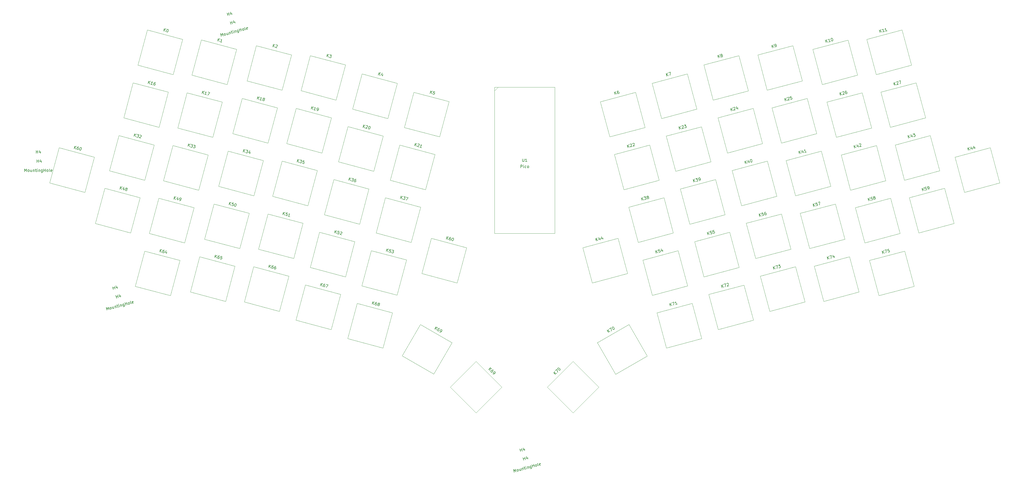
<source format=gbr>
G04 #@! TF.GenerationSoftware,KiCad,Pcbnew,8.0.2*
G04 #@! TF.CreationDate,2024-05-23T23:16:29+01:00*
G04 #@! TF.ProjectId,Phoenixia3,50686f65-6e69-4786-9961-332e6b696361,1*
G04 #@! TF.SameCoordinates,Original*
G04 #@! TF.FileFunction,AssemblyDrawing,Top*
%FSLAX46Y46*%
G04 Gerber Fmt 4.6, Leading zero omitted, Abs format (unit mm)*
G04 Created by KiCad (PCBNEW 8.0.2) date 2024-05-23 23:16:29*
%MOMM*%
%LPD*%
G01*
G04 APERTURE LIST*
%ADD10C,0.150000*%
%ADD11C,0.100000*%
%ADD12C,0.120000*%
G04 APERTURE END LIST*
D10*
X223884720Y-180031234D02*
X223625901Y-179065308D01*
X224436678Y-179883338D02*
X223874813Y-179442302D01*
X224177859Y-178917412D02*
X223773798Y-179617266D01*
X225092068Y-179017542D02*
X225264614Y-179661493D01*
X224763488Y-178711194D02*
X224718377Y-179462765D01*
X224718377Y-179462765D02*
X225316331Y-179302543D01*
X226011998Y-178771048D02*
X226184544Y-179414998D01*
X225683418Y-178464700D02*
X225638306Y-179216270D01*
X225638306Y-179216270D02*
X226236260Y-179056049D01*
X76737696Y-165418248D02*
X76996515Y-164452322D01*
X77289653Y-165566144D02*
X77023582Y-164903264D01*
X77548472Y-164600218D02*
X76848618Y-165004279D01*
X78290136Y-165144039D02*
X78117590Y-165787989D01*
X78158751Y-164714443D02*
X77743898Y-165342767D01*
X77743898Y-165342767D02*
X78341852Y-165502988D01*
X78669547Y-165935886D02*
X78853533Y-165985185D01*
X78853533Y-165985185D02*
X78957851Y-165963838D01*
X78957851Y-165963838D02*
X79016172Y-165930166D01*
X79016172Y-165930166D02*
X79145139Y-165816826D01*
X79145139Y-165816826D02*
X79240435Y-165645165D01*
X79240435Y-165645165D02*
X79339032Y-165277193D01*
X79339032Y-165277193D02*
X79317685Y-165172875D01*
X79317685Y-165172875D02*
X79284013Y-165114554D01*
X79284013Y-165114554D02*
X79204345Y-165043908D01*
X79204345Y-165043908D02*
X79020359Y-164994609D01*
X79020359Y-164994609D02*
X78916042Y-165015956D01*
X78916042Y-165015956D02*
X78857721Y-165049628D01*
X78857721Y-165049628D02*
X78787075Y-165129296D01*
X78787075Y-165129296D02*
X78725451Y-165359279D01*
X78725451Y-165359279D02*
X78746798Y-165463596D01*
X78746798Y-165463596D02*
X78780470Y-165521918D01*
X78780470Y-165521918D02*
X78860138Y-165592563D01*
X78860138Y-165592563D02*
X79044124Y-165641862D01*
X79044124Y-165641862D02*
X79148442Y-165620515D01*
X79148442Y-165620515D02*
X79206763Y-165586844D01*
X79206763Y-165586844D02*
X79277409Y-165507175D01*
X318750385Y-166048759D02*
X318491566Y-165082833D01*
X319302343Y-165900863D02*
X318740478Y-165459827D01*
X319043524Y-164934937D02*
X318639463Y-165634791D01*
X319917457Y-164700767D02*
X319457492Y-164824014D01*
X319457492Y-164824014D02*
X319534743Y-165296304D01*
X319534743Y-165296304D02*
X319568415Y-165237983D01*
X319568415Y-165237983D02*
X319648083Y-165167337D01*
X319648083Y-165167337D02*
X319878065Y-165105713D01*
X319878065Y-165105713D02*
X319982383Y-165127060D01*
X319982383Y-165127060D02*
X320040704Y-165160732D01*
X320040704Y-165160732D02*
X320111350Y-165240400D01*
X320111350Y-165240400D02*
X320172973Y-165470382D01*
X320172973Y-165470382D02*
X320151626Y-165574700D01*
X320151626Y-165574700D02*
X320117955Y-165633021D01*
X320117955Y-165633021D02*
X320038286Y-165703667D01*
X320038286Y-165703667D02*
X319808304Y-165765291D01*
X319808304Y-165765291D02*
X319703986Y-165743944D01*
X319703986Y-165743944D02*
X319645665Y-165710272D01*
X320626333Y-164954514D02*
X320522016Y-164933167D01*
X320522016Y-164933167D02*
X320463695Y-164899495D01*
X320463695Y-164899495D02*
X320393049Y-164819827D01*
X320393049Y-164819827D02*
X320380724Y-164773831D01*
X320380724Y-164773831D02*
X320402071Y-164669513D01*
X320402071Y-164669513D02*
X320435743Y-164611192D01*
X320435743Y-164611192D02*
X320515411Y-164540546D01*
X320515411Y-164540546D02*
X320699397Y-164491247D01*
X320699397Y-164491247D02*
X320803714Y-164512594D01*
X320803714Y-164512594D02*
X320862036Y-164546266D01*
X320862036Y-164546266D02*
X320932682Y-164625934D01*
X320932682Y-164625934D02*
X320945006Y-164671930D01*
X320945006Y-164671930D02*
X320923659Y-164776248D01*
X320923659Y-164776248D02*
X320889987Y-164834569D01*
X320889987Y-164834569D02*
X320810319Y-164905215D01*
X320810319Y-164905215D02*
X320626333Y-164954514D01*
X320626333Y-164954514D02*
X320546665Y-165025160D01*
X320546665Y-165025160D02*
X320512993Y-165083481D01*
X320512993Y-165083481D02*
X320491646Y-165187799D01*
X320491646Y-165187799D02*
X320540945Y-165371785D01*
X320540945Y-165371785D02*
X320611591Y-165451453D01*
X320611591Y-165451453D02*
X320669912Y-165485125D01*
X320669912Y-165485125D02*
X320774230Y-165506472D01*
X320774230Y-165506472D02*
X320958216Y-165457173D01*
X320958216Y-165457173D02*
X321037884Y-165386527D01*
X321037884Y-165386527D02*
X321071556Y-165328206D01*
X321071556Y-165328206D02*
X321092903Y-165223888D01*
X321092903Y-165223888D02*
X321043604Y-165039902D01*
X321043604Y-165039902D02*
X320972958Y-164960234D01*
X320972958Y-164960234D02*
X320914637Y-164926562D01*
X320914637Y-164926562D02*
X320810319Y-164905215D01*
X234894234Y-147483010D02*
X234635415Y-146517084D01*
X235446192Y-147335114D02*
X234884327Y-146894078D01*
X235187373Y-146369188D02*
X234783312Y-147069042D01*
X235579994Y-146362583D02*
X235613666Y-146304262D01*
X235613666Y-146304262D02*
X235693334Y-146233616D01*
X235693334Y-146233616D02*
X235923316Y-146171992D01*
X235923316Y-146171992D02*
X236027634Y-146193339D01*
X236027634Y-146193339D02*
X236085955Y-146227011D01*
X236085955Y-146227011D02*
X236156601Y-146306679D01*
X236156601Y-146306679D02*
X236181251Y-146398672D01*
X236181251Y-146398672D02*
X236172228Y-146548986D01*
X236172228Y-146548986D02*
X235768167Y-147248841D01*
X235768167Y-147248841D02*
X236366121Y-147088619D01*
X236499924Y-146116089D02*
X236533595Y-146057768D01*
X236533595Y-146057768D02*
X236613263Y-145987122D01*
X236613263Y-145987122D02*
X236843246Y-145925498D01*
X236843246Y-145925498D02*
X236947563Y-145946845D01*
X236947563Y-145946845D02*
X237005885Y-145980517D01*
X237005885Y-145980517D02*
X237076531Y-146060185D01*
X237076531Y-146060185D02*
X237101180Y-146152178D01*
X237101180Y-146152178D02*
X237092158Y-146302492D01*
X237092158Y-146302492D02*
X236688097Y-147002346D01*
X236688097Y-147002346D02*
X237286051Y-146842125D01*
X308889374Y-129246989D02*
X308630555Y-128281063D01*
X309441332Y-129099093D02*
X308879467Y-128658057D01*
X309182513Y-128133167D02*
X308778452Y-128833021D01*
X309575134Y-128126562D02*
X309608806Y-128068241D01*
X309608806Y-128068241D02*
X309688474Y-127997595D01*
X309688474Y-127997595D02*
X309918456Y-127935971D01*
X309918456Y-127935971D02*
X310022774Y-127957318D01*
X310022774Y-127957318D02*
X310081095Y-127990990D01*
X310081095Y-127990990D02*
X310151741Y-128070658D01*
X310151741Y-128070658D02*
X310176391Y-128162651D01*
X310176391Y-128162651D02*
X310167368Y-128312965D01*
X310167368Y-128312965D02*
X309763307Y-129012820D01*
X309763307Y-129012820D02*
X310361261Y-128852598D01*
X310930379Y-127664828D02*
X310746393Y-127714126D01*
X310746393Y-127714126D02*
X310666725Y-127784772D01*
X310666725Y-127784772D02*
X310633053Y-127843094D01*
X310633053Y-127843094D02*
X310578034Y-128005732D01*
X310578034Y-128005732D02*
X310581337Y-128202043D01*
X310581337Y-128202043D02*
X310679934Y-128570015D01*
X310679934Y-128570015D02*
X310750580Y-128649683D01*
X310750580Y-128649683D02*
X310808901Y-128683355D01*
X310808901Y-128683355D02*
X310913219Y-128704702D01*
X310913219Y-128704702D02*
X311097205Y-128655403D01*
X311097205Y-128655403D02*
X311176873Y-128584757D01*
X311176873Y-128584757D02*
X311210545Y-128526436D01*
X311210545Y-128526436D02*
X311231892Y-128422118D01*
X311231892Y-128422118D02*
X311170268Y-128192136D01*
X311170268Y-128192136D02*
X311099622Y-128112468D01*
X311099622Y-128112468D02*
X311041301Y-128078796D01*
X311041301Y-128078796D02*
X310936984Y-128057449D01*
X310936984Y-128057449D02*
X310752998Y-128106748D01*
X310752998Y-128106748D02*
X310673329Y-128177394D01*
X310673329Y-128177394D02*
X310639658Y-128235715D01*
X310639658Y-128235715D02*
X310618311Y-128340032D01*
X304491119Y-186436002D02*
X304232300Y-185470076D01*
X305043077Y-186288106D02*
X304481212Y-185847070D01*
X304784258Y-185322180D02*
X304380197Y-186022034D01*
X305106233Y-185235907D02*
X305750184Y-185063361D01*
X305750184Y-185063361D02*
X305595035Y-186140209D01*
X306618397Y-185175816D02*
X306790943Y-185819766D01*
X306289817Y-184869468D02*
X306244705Y-185621038D01*
X306244705Y-185621038D02*
X306842659Y-185460817D01*
X81668201Y-147017352D02*
X81927020Y-146051426D01*
X82220158Y-147165248D02*
X81954087Y-146502368D01*
X82478977Y-146199322D02*
X81779123Y-146603383D01*
X82800953Y-146285595D02*
X83398907Y-146445817D01*
X83398907Y-146445817D02*
X82978334Y-146727516D01*
X82978334Y-146727516D02*
X83116323Y-146764490D01*
X83116323Y-146764490D02*
X83195991Y-146835136D01*
X83195991Y-146835136D02*
X83229663Y-146893457D01*
X83229663Y-146893457D02*
X83251010Y-146997774D01*
X83251010Y-146997774D02*
X83189387Y-147227757D01*
X83189387Y-147227757D02*
X83118741Y-147307425D01*
X83118741Y-147307425D02*
X83060419Y-147341097D01*
X83060419Y-147341097D02*
X82956102Y-147362444D01*
X82956102Y-147362444D02*
X82680123Y-147288495D01*
X82680123Y-147288495D02*
X82600455Y-147217850D01*
X82600455Y-147217850D02*
X82566783Y-147159528D01*
X83720882Y-146532090D02*
X84318836Y-146692311D01*
X84318836Y-146692311D02*
X83898263Y-146974010D01*
X83898263Y-146974010D02*
X84036253Y-147010984D01*
X84036253Y-147010984D02*
X84115921Y-147081630D01*
X84115921Y-147081630D02*
X84149592Y-147139951D01*
X84149592Y-147139951D02*
X84170940Y-147244269D01*
X84170940Y-147244269D02*
X84109316Y-147474251D01*
X84109316Y-147474251D02*
X84038670Y-147553919D01*
X84038670Y-147553919D02*
X83980349Y-147587591D01*
X83980349Y-147587591D02*
X83876031Y-147608938D01*
X83876031Y-147608938D02*
X83600052Y-147534990D01*
X83600052Y-147534990D02*
X83520384Y-147464344D01*
X83520384Y-147464344D02*
X83486712Y-147406023D01*
X67809261Y-125136109D02*
X68068080Y-124170183D01*
X68361218Y-125284005D02*
X68095147Y-124621125D01*
X68620037Y-124318079D02*
X67920183Y-124722140D01*
X69281148Y-125530500D02*
X68729190Y-125382603D01*
X69005169Y-125456551D02*
X69263988Y-124490625D01*
X69263988Y-124490625D02*
X69135021Y-124603965D01*
X69135021Y-124603965D02*
X69018378Y-124671309D01*
X69018378Y-124671309D02*
X68914061Y-124692656D01*
X70367903Y-124786419D02*
X70183917Y-124737120D01*
X70183917Y-124737120D02*
X70079600Y-124758467D01*
X70079600Y-124758467D02*
X70021278Y-124792139D01*
X70021278Y-124792139D02*
X69892311Y-124905479D01*
X69892311Y-124905479D02*
X69797016Y-125077140D01*
X69797016Y-125077140D02*
X69698418Y-125445111D01*
X69698418Y-125445111D02*
X69719765Y-125549429D01*
X69719765Y-125549429D02*
X69753437Y-125607750D01*
X69753437Y-125607750D02*
X69833105Y-125678396D01*
X69833105Y-125678396D02*
X70017091Y-125727695D01*
X70017091Y-125727695D02*
X70121409Y-125706348D01*
X70121409Y-125706348D02*
X70179730Y-125672676D01*
X70179730Y-125672676D02*
X70250376Y-125593008D01*
X70250376Y-125593008D02*
X70312000Y-125363026D01*
X70312000Y-125363026D02*
X70290652Y-125258708D01*
X70290652Y-125258708D02*
X70256981Y-125200387D01*
X70256981Y-125200387D02*
X70177313Y-125129741D01*
X70177313Y-125129741D02*
X69993327Y-125080442D01*
X69993327Y-125080442D02*
X69889009Y-125101789D01*
X69889009Y-125101789D02*
X69830688Y-125135461D01*
X69830688Y-125135461D02*
X69760042Y-125215129D01*
X100876810Y-148982472D02*
X101135629Y-148016546D01*
X101428767Y-149130368D02*
X101162696Y-148467488D01*
X101687586Y-148164442D02*
X100987732Y-148568503D01*
X102009562Y-148250715D02*
X102607516Y-148410937D01*
X102607516Y-148410937D02*
X102186943Y-148692636D01*
X102186943Y-148692636D02*
X102324932Y-148729610D01*
X102324932Y-148729610D02*
X102404600Y-148800256D01*
X102404600Y-148800256D02*
X102438272Y-148858577D01*
X102438272Y-148858577D02*
X102459619Y-148962894D01*
X102459619Y-148962894D02*
X102397996Y-149192877D01*
X102397996Y-149192877D02*
X102327350Y-149272545D01*
X102327350Y-149272545D02*
X102269028Y-149306217D01*
X102269028Y-149306217D02*
X102164711Y-149327564D01*
X102164711Y-149327564D02*
X101888732Y-149253615D01*
X101888732Y-149253615D02*
X101809064Y-149182970D01*
X101809064Y-149182970D02*
X101775392Y-149124648D01*
X103349179Y-148954757D02*
X103176633Y-149598708D01*
X103217795Y-148525162D02*
X102802941Y-149153485D01*
X102802941Y-149153485D02*
X103400896Y-149313706D01*
X73209148Y-106847841D02*
X73467967Y-105881915D01*
X73761105Y-106995738D02*
X73495034Y-106332858D01*
X74019925Y-106029812D02*
X73320070Y-106433873D01*
X74617879Y-106190033D02*
X74709872Y-106214683D01*
X74709872Y-106214683D02*
X74789540Y-106285328D01*
X74789540Y-106285328D02*
X74823212Y-106343650D01*
X74823212Y-106343650D02*
X74844559Y-106447967D01*
X74844559Y-106447967D02*
X74841256Y-106644278D01*
X74841256Y-106644278D02*
X74779633Y-106874260D01*
X74779633Y-106874260D02*
X74684337Y-107045921D01*
X74684337Y-107045921D02*
X74613691Y-107125590D01*
X74613691Y-107125590D02*
X74555370Y-107159261D01*
X74555370Y-107159261D02*
X74451053Y-107180608D01*
X74451053Y-107180608D02*
X74359060Y-107155959D01*
X74359060Y-107155959D02*
X74279391Y-107085313D01*
X74279391Y-107085313D02*
X74245720Y-107026992D01*
X74245720Y-107026992D02*
X74224373Y-106922674D01*
X74224373Y-106922674D02*
X74227675Y-106726364D01*
X74227675Y-106726364D02*
X74289299Y-106496381D01*
X74289299Y-106496381D02*
X74384594Y-106324720D01*
X74384594Y-106324720D02*
X74455240Y-106245052D01*
X74455240Y-106245052D02*
X74513561Y-106211380D01*
X74513561Y-106211380D02*
X74617879Y-106190033D01*
X322748329Y-107365738D02*
X322489510Y-106399812D01*
X323300287Y-107217842D02*
X322738422Y-106776806D01*
X323041468Y-106251916D02*
X322637407Y-106951770D01*
X324220216Y-106971347D02*
X323668259Y-107119244D01*
X323944238Y-107045296D02*
X323685418Y-106079370D01*
X323685418Y-106079370D02*
X323630400Y-106242009D01*
X323630400Y-106242009D02*
X323563056Y-106358651D01*
X323563056Y-106358651D02*
X323483388Y-106429297D01*
X325140146Y-106724853D02*
X324588188Y-106872750D01*
X324864167Y-106798801D02*
X324605348Y-105832875D01*
X324605348Y-105832875D02*
X324550329Y-105995514D01*
X324550329Y-105995514D02*
X324482986Y-106112157D01*
X324482986Y-106112157D02*
X324403317Y-106182803D01*
X109792292Y-189263913D02*
X110051111Y-188297987D01*
X110344249Y-189411809D02*
X110078178Y-188748929D01*
X110603068Y-188445883D02*
X109903214Y-188849944D01*
X111431005Y-188667728D02*
X111247019Y-188618429D01*
X111247019Y-188618429D02*
X111142701Y-188639777D01*
X111142701Y-188639777D02*
X111084380Y-188673448D01*
X111084380Y-188673448D02*
X110955413Y-188786788D01*
X110955413Y-188786788D02*
X110860118Y-188958449D01*
X110860118Y-188958449D02*
X110761520Y-189326421D01*
X110761520Y-189326421D02*
X110782867Y-189430739D01*
X110782867Y-189430739D02*
X110816539Y-189489060D01*
X110816539Y-189489060D02*
X110896207Y-189559706D01*
X110896207Y-189559706D02*
X111080193Y-189609005D01*
X111080193Y-189609005D02*
X111184510Y-189587658D01*
X111184510Y-189587658D02*
X111242832Y-189553986D01*
X111242832Y-189553986D02*
X111313478Y-189474318D01*
X111313478Y-189474318D02*
X111375101Y-189244335D01*
X111375101Y-189244335D02*
X111353754Y-189140018D01*
X111353754Y-189140018D02*
X111320082Y-189081697D01*
X111320082Y-189081697D02*
X111240414Y-189011051D01*
X111240414Y-189011051D02*
X111056428Y-188961752D01*
X111056428Y-188961752D02*
X110952111Y-188983099D01*
X110952111Y-188983099D02*
X110893789Y-189016771D01*
X110893789Y-189016771D02*
X110823143Y-189096439D01*
X112350934Y-188914223D02*
X112166948Y-188864924D01*
X112166948Y-188864924D02*
X112062631Y-188886271D01*
X112062631Y-188886271D02*
X112004309Y-188919943D01*
X112004309Y-188919943D02*
X111875342Y-189033283D01*
X111875342Y-189033283D02*
X111780047Y-189204944D01*
X111780047Y-189204944D02*
X111681449Y-189572915D01*
X111681449Y-189572915D02*
X111702796Y-189677233D01*
X111702796Y-189677233D02*
X111736468Y-189735554D01*
X111736468Y-189735554D02*
X111816136Y-189806200D01*
X111816136Y-189806200D02*
X112000122Y-189855499D01*
X112000122Y-189855499D02*
X112104440Y-189834152D01*
X112104440Y-189834152D02*
X112162761Y-189800480D01*
X112162761Y-189800480D02*
X112233407Y-189720812D01*
X112233407Y-189720812D02*
X112295031Y-189490830D01*
X112295031Y-189490830D02*
X112273683Y-189386512D01*
X112273683Y-189386512D02*
X112240012Y-189328191D01*
X112240012Y-189328191D02*
X112160344Y-189257545D01*
X112160344Y-189257545D02*
X111976358Y-189208246D01*
X111976358Y-189208246D02*
X111872040Y-189229593D01*
X111872040Y-189229593D02*
X111813719Y-189263265D01*
X111813719Y-189263265D02*
X111743073Y-189342933D01*
X137669164Y-158854099D02*
X137927983Y-157888173D01*
X138221121Y-159001995D02*
X137955050Y-158339115D01*
X138479940Y-158036069D02*
X137780086Y-158440130D01*
X138801916Y-158122342D02*
X139399870Y-158282564D01*
X139399870Y-158282564D02*
X138979297Y-158564263D01*
X138979297Y-158564263D02*
X139117286Y-158601237D01*
X139117286Y-158601237D02*
X139196954Y-158671883D01*
X139196954Y-158671883D02*
X139230626Y-158730204D01*
X139230626Y-158730204D02*
X139251973Y-158834521D01*
X139251973Y-158834521D02*
X139190350Y-159064504D01*
X139190350Y-159064504D02*
X139119704Y-159144172D01*
X139119704Y-159144172D02*
X139061382Y-159177844D01*
X139061382Y-159177844D02*
X138957065Y-159199191D01*
X138957065Y-159199191D02*
X138681086Y-159125242D01*
X138681086Y-159125242D02*
X138601418Y-159054597D01*
X138601418Y-159054597D02*
X138567746Y-158996275D01*
X140227806Y-158504409D02*
X140043820Y-158455110D01*
X140043820Y-158455110D02*
X139939503Y-158476457D01*
X139939503Y-158476457D02*
X139881181Y-158510129D01*
X139881181Y-158510129D02*
X139752214Y-158623469D01*
X139752214Y-158623469D02*
X139656919Y-158795130D01*
X139656919Y-158795130D02*
X139558321Y-159163101D01*
X139558321Y-159163101D02*
X139579668Y-159267419D01*
X139579668Y-159267419D02*
X139613340Y-159325740D01*
X139613340Y-159325740D02*
X139693008Y-159396386D01*
X139693008Y-159396386D02*
X139876994Y-159445685D01*
X139876994Y-159445685D02*
X139981312Y-159424338D01*
X139981312Y-159424338D02*
X140039633Y-159390666D01*
X140039633Y-159390666D02*
X140110279Y-159310998D01*
X140110279Y-159310998D02*
X140171903Y-159081016D01*
X140171903Y-159081016D02*
X140150555Y-158976698D01*
X140150555Y-158976698D02*
X140116884Y-158918377D01*
X140116884Y-158918377D02*
X140037216Y-158847731D01*
X140037216Y-158847731D02*
X139853230Y-158798432D01*
X139853230Y-158798432D02*
X139748912Y-158819779D01*
X139748912Y-158819779D02*
X139690591Y-158853451D01*
X139690591Y-158853451D02*
X139619945Y-158933119D01*
X230423700Y-128958886D02*
X230164880Y-127992960D01*
X230975657Y-128810989D02*
X230413792Y-128369954D01*
X230716838Y-127845064D02*
X230312777Y-128544918D01*
X231544775Y-127623219D02*
X231360789Y-127672517D01*
X231360789Y-127672517D02*
X231281120Y-127743163D01*
X231281120Y-127743163D02*
X231247449Y-127801485D01*
X231247449Y-127801485D02*
X231192430Y-127964123D01*
X231192430Y-127964123D02*
X231195732Y-128160434D01*
X231195732Y-128160434D02*
X231294330Y-128528406D01*
X231294330Y-128528406D02*
X231364976Y-128608074D01*
X231364976Y-128608074D02*
X231423297Y-128641746D01*
X231423297Y-128641746D02*
X231527615Y-128663093D01*
X231527615Y-128663093D02*
X231711601Y-128613794D01*
X231711601Y-128613794D02*
X231791269Y-128543148D01*
X231791269Y-128543148D02*
X231824941Y-128484827D01*
X231824941Y-128484827D02*
X231846288Y-128380509D01*
X231846288Y-128380509D02*
X231784664Y-128150527D01*
X231784664Y-128150527D02*
X231714018Y-128070859D01*
X231714018Y-128070859D02*
X231655697Y-128037187D01*
X231655697Y-128037187D02*
X231551379Y-128015840D01*
X231551379Y-128015840D02*
X231367393Y-128065139D01*
X231367393Y-128065139D02*
X231287725Y-128135785D01*
X231287725Y-128135785D02*
X231254053Y-128194106D01*
X231254053Y-128194106D02*
X231232706Y-128298423D01*
X303956033Y-110860013D02*
X303697214Y-109894087D01*
X304507991Y-110712117D02*
X303946126Y-110271081D01*
X304249172Y-109746191D02*
X303845111Y-110446045D01*
X305427920Y-110465622D02*
X304875963Y-110613519D01*
X305151942Y-110539571D02*
X304893122Y-109573645D01*
X304893122Y-109573645D02*
X304838104Y-109736284D01*
X304838104Y-109736284D02*
X304770760Y-109852926D01*
X304770760Y-109852926D02*
X304691092Y-109923572D01*
X305767055Y-109339475D02*
X305859048Y-109314826D01*
X305859048Y-109314826D02*
X305963366Y-109336173D01*
X305963366Y-109336173D02*
X306021687Y-109369845D01*
X306021687Y-109369845D02*
X306092333Y-109449513D01*
X306092333Y-109449513D02*
X306187628Y-109621174D01*
X306187628Y-109621174D02*
X306249252Y-109851156D01*
X306249252Y-109851156D02*
X306252554Y-110047467D01*
X306252554Y-110047467D02*
X306231207Y-110151784D01*
X306231207Y-110151784D02*
X306197536Y-110210106D01*
X306197536Y-110210106D02*
X306117867Y-110280752D01*
X306117867Y-110280752D02*
X306025874Y-110305401D01*
X306025874Y-110305401D02*
X305921557Y-110284054D01*
X305921557Y-110284054D02*
X305863236Y-110250382D01*
X305863236Y-110250382D02*
X305792590Y-110170714D01*
X305792590Y-110170714D02*
X305697294Y-109999053D01*
X305697294Y-109999053D02*
X305635671Y-109769070D01*
X305635671Y-109769070D02*
X305632368Y-109572760D01*
X305632368Y-109572760D02*
X305653715Y-109468442D01*
X305653715Y-109468442D02*
X305687387Y-109410121D01*
X305687387Y-109410121D02*
X305767055Y-109339475D01*
X55702103Y-196931470D02*
X55443284Y-195965545D01*
X55566531Y-196425509D02*
X56118489Y-196277613D01*
X56254060Y-196783574D02*
X55995241Y-195817648D01*
X56955447Y-195905454D02*
X57127993Y-196549404D01*
X56626867Y-195599106D02*
X56581756Y-196350676D01*
X56581756Y-196350676D02*
X57179710Y-196190455D01*
X53471843Y-204154835D02*
X53213024Y-203188909D01*
X53213024Y-203188909D02*
X53719870Y-203792583D01*
X53719870Y-203792583D02*
X53856974Y-203016363D01*
X53856974Y-203016363D02*
X54115793Y-203982289D01*
X54713747Y-203822068D02*
X54609430Y-203800721D01*
X54609430Y-203800721D02*
X54551109Y-203767049D01*
X54551109Y-203767049D02*
X54480463Y-203687381D01*
X54480463Y-203687381D02*
X54406514Y-203411402D01*
X54406514Y-203411402D02*
X54427861Y-203307084D01*
X54427861Y-203307084D02*
X54461533Y-203248763D01*
X54461533Y-203248763D02*
X54541201Y-203178117D01*
X54541201Y-203178117D02*
X54679191Y-203141143D01*
X54679191Y-203141143D02*
X54783508Y-203162490D01*
X54783508Y-203162490D02*
X54841830Y-203196162D01*
X54841830Y-203196162D02*
X54912475Y-203275830D01*
X54912475Y-203275830D02*
X54986424Y-203551809D01*
X54986424Y-203551809D02*
X54965077Y-203656127D01*
X54965077Y-203656127D02*
X54931405Y-203714448D01*
X54931405Y-203714448D02*
X54851737Y-203785094D01*
X54851737Y-203785094D02*
X54713747Y-203822068D01*
X55691113Y-202869999D02*
X55863659Y-203513950D01*
X55277145Y-202980922D02*
X55412717Y-203486883D01*
X55412717Y-203486883D02*
X55483363Y-203566551D01*
X55483363Y-203566551D02*
X55587680Y-203587898D01*
X55587680Y-203587898D02*
X55725670Y-203550924D01*
X55725670Y-203550924D02*
X55805338Y-203480278D01*
X55805338Y-203480278D02*
X55839010Y-203421957D01*
X56151078Y-202746752D02*
X56323624Y-203390703D01*
X56175727Y-202838745D02*
X56209399Y-202780424D01*
X56209399Y-202780424D02*
X56289067Y-202709778D01*
X56289067Y-202709778D02*
X56427057Y-202672804D01*
X56427057Y-202672804D02*
X56531374Y-202694151D01*
X56531374Y-202694151D02*
X56602020Y-202773819D01*
X56602020Y-202773819D02*
X56737592Y-203279780D01*
X56887021Y-202549557D02*
X57254993Y-202450959D01*
X56938738Y-202190607D02*
X57160583Y-203018544D01*
X57160583Y-203018544D02*
X57231229Y-203098212D01*
X57231229Y-203098212D02*
X57335546Y-203119559D01*
X57335546Y-203119559D02*
X57427539Y-203094909D01*
X57749515Y-203008636D02*
X57576969Y-202364686D01*
X57490696Y-202042710D02*
X57457024Y-202101032D01*
X57457024Y-202101032D02*
X57515345Y-202134703D01*
X57515345Y-202134703D02*
X57549017Y-202076382D01*
X57549017Y-202076382D02*
X57490696Y-202042710D01*
X57490696Y-202042710D02*
X57515345Y-202134703D01*
X58036933Y-202241439D02*
X58209479Y-202885389D01*
X58061583Y-202333432D02*
X58095254Y-202275110D01*
X58095254Y-202275110D02*
X58174923Y-202204465D01*
X58174923Y-202204465D02*
X58312912Y-202167490D01*
X58312912Y-202167490D02*
X58417230Y-202188837D01*
X58417230Y-202188837D02*
X58487875Y-202268506D01*
X58487875Y-202268506D02*
X58623447Y-202774467D01*
X59324834Y-201896347D02*
X59534354Y-202678287D01*
X59534354Y-202678287D02*
X59513007Y-202782604D01*
X59513007Y-202782604D02*
X59479336Y-202840925D01*
X59479336Y-202840925D02*
X59399667Y-202911571D01*
X59399667Y-202911571D02*
X59261678Y-202948545D01*
X59261678Y-202948545D02*
X59157360Y-202927198D01*
X59485056Y-202494301D02*
X59405387Y-202564947D01*
X59405387Y-202564947D02*
X59221402Y-202614245D01*
X59221402Y-202614245D02*
X59117084Y-202592898D01*
X59117084Y-202592898D02*
X59058763Y-202559227D01*
X59058763Y-202559227D02*
X58988117Y-202479558D01*
X58988117Y-202479558D02*
X58914168Y-202203580D01*
X58914168Y-202203580D02*
X58935516Y-202099262D01*
X58935516Y-202099262D02*
X58969187Y-202040941D01*
X58969187Y-202040941D02*
X59048855Y-201970295D01*
X59048855Y-201970295D02*
X59232841Y-201920996D01*
X59232841Y-201920996D02*
X59337159Y-201942343D01*
X59957345Y-202417050D02*
X59698526Y-201451124D01*
X59821773Y-201911089D02*
X60373731Y-201763192D01*
X60509303Y-202269153D02*
X60250484Y-201303228D01*
X61107257Y-202108932D02*
X61002939Y-202087585D01*
X61002939Y-202087585D02*
X60944618Y-202053913D01*
X60944618Y-202053913D02*
X60873972Y-201974245D01*
X60873972Y-201974245D02*
X60800024Y-201698266D01*
X60800024Y-201698266D02*
X60821371Y-201593949D01*
X60821371Y-201593949D02*
X60855043Y-201535627D01*
X60855043Y-201535627D02*
X60934711Y-201464982D01*
X60934711Y-201464982D02*
X61072700Y-201428007D01*
X61072700Y-201428007D02*
X61177018Y-201449354D01*
X61177018Y-201449354D02*
X61235339Y-201483026D01*
X61235339Y-201483026D02*
X61305985Y-201562694D01*
X61305985Y-201562694D02*
X61379933Y-201838673D01*
X61379933Y-201838673D02*
X61358586Y-201942991D01*
X61358586Y-201942991D02*
X61324914Y-202001312D01*
X61324914Y-202001312D02*
X61245246Y-202071958D01*
X61245246Y-202071958D02*
X61107257Y-202108932D01*
X61981190Y-201874762D02*
X61876872Y-201853415D01*
X61876872Y-201853415D02*
X61806226Y-201773747D01*
X61806226Y-201773747D02*
X61584381Y-200945811D01*
X62704809Y-201631570D02*
X62625141Y-201702216D01*
X62625141Y-201702216D02*
X62441155Y-201751515D01*
X62441155Y-201751515D02*
X62336837Y-201730168D01*
X62336837Y-201730168D02*
X62266191Y-201650500D01*
X62266191Y-201650500D02*
X62167594Y-201282528D01*
X62167594Y-201282528D02*
X62188941Y-201178211D01*
X62188941Y-201178211D02*
X62268609Y-201107565D01*
X62268609Y-201107565D02*
X62452595Y-201058266D01*
X62452595Y-201058266D02*
X62556912Y-201079613D01*
X62556912Y-201079613D02*
X62627558Y-201159281D01*
X62627558Y-201159281D02*
X62652208Y-201251274D01*
X62652208Y-201251274D02*
X62216892Y-201466514D01*
X56820102Y-199944787D02*
X56561283Y-198978862D01*
X56684530Y-199438826D02*
X57236488Y-199290930D01*
X57372059Y-199796891D02*
X57113240Y-198830965D01*
X58073446Y-198918771D02*
X58245992Y-199562721D01*
X57744866Y-198612423D02*
X57699755Y-199363993D01*
X57699755Y-199363993D02*
X58297709Y-199203772D01*
X327678834Y-125766625D02*
X327420015Y-124800699D01*
X328230792Y-125618729D02*
X327668927Y-125177693D01*
X327971973Y-124652803D02*
X327567912Y-125352657D01*
X328364594Y-124646198D02*
X328398266Y-124587877D01*
X328398266Y-124587877D02*
X328477934Y-124517231D01*
X328477934Y-124517231D02*
X328707916Y-124455607D01*
X328707916Y-124455607D02*
X328812234Y-124476954D01*
X328812234Y-124476954D02*
X328870555Y-124510626D01*
X328870555Y-124510626D02*
X328941201Y-124590294D01*
X328941201Y-124590294D02*
X328965851Y-124682287D01*
X328965851Y-124682287D02*
X328956828Y-124832601D01*
X328956828Y-124832601D02*
X328552767Y-125532456D01*
X328552767Y-125532456D02*
X329150721Y-125372234D01*
X329213878Y-124320035D02*
X329857828Y-124147489D01*
X329857828Y-124147489D02*
X329702679Y-125224338D01*
X132748077Y-177244356D02*
X133006896Y-176278430D01*
X133300034Y-177392252D02*
X133033963Y-176729372D01*
X133558853Y-176426326D02*
X132858999Y-176830387D01*
X134432786Y-176660496D02*
X133972822Y-176537249D01*
X133972822Y-176537249D02*
X133803578Y-176984889D01*
X133803578Y-176984889D02*
X133861899Y-176951217D01*
X133861899Y-176951217D02*
X133966217Y-176929870D01*
X133966217Y-176929870D02*
X134196199Y-176991494D01*
X134196199Y-176991494D02*
X134275867Y-177062140D01*
X134275867Y-177062140D02*
X134309539Y-177120461D01*
X134309539Y-177120461D02*
X134330886Y-177224778D01*
X134330886Y-177224778D02*
X134269263Y-177454761D01*
X134269263Y-177454761D02*
X134198617Y-177534429D01*
X134198617Y-177534429D02*
X134140295Y-177568101D01*
X134140295Y-177568101D02*
X134035978Y-177589448D01*
X134035978Y-177589448D02*
X133805995Y-177527824D01*
X133805995Y-177527824D02*
X133726327Y-177457178D01*
X133726327Y-177457178D02*
X133692655Y-177398857D01*
X134822105Y-176863411D02*
X134880426Y-176829740D01*
X134880426Y-176829740D02*
X134984744Y-176808393D01*
X134984744Y-176808393D02*
X135214726Y-176870016D01*
X135214726Y-176870016D02*
X135294394Y-176940662D01*
X135294394Y-176940662D02*
X135328066Y-176998983D01*
X135328066Y-176998983D02*
X135349413Y-177103301D01*
X135349413Y-177103301D02*
X135324764Y-177195294D01*
X135324764Y-177195294D02*
X135241793Y-177320959D01*
X135241793Y-177320959D02*
X134541939Y-177725020D01*
X134541939Y-177725020D02*
X135139893Y-177885241D01*
X186391442Y-224845523D02*
X187098549Y-224138417D01*
X186795503Y-225249584D02*
X186896518Y-224542478D01*
X187502610Y-224542478D02*
X186694488Y-224542478D01*
X188108701Y-225148569D02*
X187974014Y-225013882D01*
X187974014Y-225013882D02*
X187872999Y-224980210D01*
X187872999Y-224980210D02*
X187805656Y-224980210D01*
X187805656Y-224980210D02*
X187637297Y-225013882D01*
X187637297Y-225013882D02*
X187468938Y-225114897D01*
X187468938Y-225114897D02*
X187199564Y-225384271D01*
X187199564Y-225384271D02*
X187165892Y-225485287D01*
X187165892Y-225485287D02*
X187165892Y-225552630D01*
X187165892Y-225552630D02*
X187199564Y-225653645D01*
X187199564Y-225653645D02*
X187334251Y-225788332D01*
X187334251Y-225788332D02*
X187435266Y-225822004D01*
X187435266Y-225822004D02*
X187502610Y-225822004D01*
X187502610Y-225822004D02*
X187603625Y-225788332D01*
X187603625Y-225788332D02*
X187771984Y-225619974D01*
X187771984Y-225619974D02*
X187805656Y-225518958D01*
X187805656Y-225518958D02*
X187805656Y-225451615D01*
X187805656Y-225451615D02*
X187771984Y-225350600D01*
X187771984Y-225350600D02*
X187637297Y-225215913D01*
X187637297Y-225215913D02*
X187536282Y-225182241D01*
X187536282Y-225182241D02*
X187468938Y-225182241D01*
X187468938Y-225182241D02*
X187367923Y-225215913D01*
X187805656Y-226259737D02*
X187940343Y-226394424D01*
X187940343Y-226394424D02*
X188041358Y-226428096D01*
X188041358Y-226428096D02*
X188108702Y-226428096D01*
X188108702Y-226428096D02*
X188277060Y-226394424D01*
X188277060Y-226394424D02*
X188445419Y-226293409D01*
X188445419Y-226293409D02*
X188714793Y-226024035D01*
X188714793Y-226024035D02*
X188748465Y-225923020D01*
X188748465Y-225923020D02*
X188748465Y-225855676D01*
X188748465Y-225855676D02*
X188714793Y-225754661D01*
X188714793Y-225754661D02*
X188580106Y-225619974D01*
X188580106Y-225619974D02*
X188479091Y-225586302D01*
X188479091Y-225586302D02*
X188411747Y-225586302D01*
X188411747Y-225586302D02*
X188310732Y-225619974D01*
X188310732Y-225619974D02*
X188142373Y-225788333D01*
X188142373Y-225788333D02*
X188108702Y-225889348D01*
X188108702Y-225889348D02*
X188108702Y-225956691D01*
X188108702Y-225956691D02*
X188142373Y-226057707D01*
X188142373Y-226057707D02*
X188277060Y-226192394D01*
X188277060Y-226192394D02*
X188378076Y-226226065D01*
X188378076Y-226226065D02*
X188445419Y-226226065D01*
X188445419Y-226226065D02*
X188546434Y-226192394D01*
X267689347Y-196297016D02*
X267430528Y-195331090D01*
X268241305Y-196149120D02*
X267679440Y-195708084D01*
X267982486Y-195183194D02*
X267578425Y-195883048D01*
X268304461Y-195096921D02*
X268948412Y-194924375D01*
X268948412Y-194924375D02*
X268793263Y-196001223D01*
X269295037Y-194930095D02*
X269328708Y-194871774D01*
X269328708Y-194871774D02*
X269408376Y-194801128D01*
X269408376Y-194801128D02*
X269638359Y-194739504D01*
X269638359Y-194739504D02*
X269742676Y-194760851D01*
X269742676Y-194760851D02*
X269800998Y-194794523D01*
X269800998Y-194794523D02*
X269871644Y-194874191D01*
X269871644Y-194874191D02*
X269896293Y-194966184D01*
X269896293Y-194966184D02*
X269887271Y-195116498D01*
X269887271Y-195116498D02*
X269483210Y-195816352D01*
X269483210Y-195816352D02*
X270081164Y-195656131D01*
X353473761Y-148445157D02*
X353214942Y-147479231D01*
X354025719Y-148297261D02*
X353463854Y-147856225D01*
X353766900Y-147331335D02*
X353362839Y-148031189D01*
X354681109Y-147431465D02*
X354853655Y-148075416D01*
X354352529Y-147125117D02*
X354307418Y-147876688D01*
X354307418Y-147876688D02*
X354905372Y-147716466D01*
X355601039Y-147184971D02*
X355773585Y-147828921D01*
X355272459Y-146878623D02*
X355227347Y-147630193D01*
X355227347Y-147630193D02*
X355825301Y-147469972D01*
X155685031Y-165246043D02*
X155943850Y-164280117D01*
X156236988Y-165393939D02*
X155970917Y-164731059D01*
X156495807Y-164428013D02*
X155795953Y-164832074D01*
X156817783Y-164514286D02*
X157415737Y-164674508D01*
X157415737Y-164674508D02*
X156995164Y-164956207D01*
X156995164Y-164956207D02*
X157133153Y-164993181D01*
X157133153Y-164993181D02*
X157212821Y-165063827D01*
X157212821Y-165063827D02*
X157246493Y-165122148D01*
X157246493Y-165122148D02*
X157267840Y-165226465D01*
X157267840Y-165226465D02*
X157206217Y-165456448D01*
X157206217Y-165456448D02*
X157135571Y-165536116D01*
X157135571Y-165536116D02*
X157077249Y-165569788D01*
X157077249Y-165569788D02*
X156972932Y-165591135D01*
X156972932Y-165591135D02*
X156696953Y-165517186D01*
X156696953Y-165517186D02*
X156617285Y-165446541D01*
X156617285Y-165446541D02*
X156583613Y-165388219D01*
X157737712Y-164760781D02*
X158381663Y-164933327D01*
X158381663Y-164933327D02*
X157708875Y-165788330D01*
X252897836Y-141094355D02*
X252639017Y-140128429D01*
X253449794Y-140946459D02*
X252887929Y-140505423D01*
X253190975Y-139980533D02*
X252786914Y-140680387D01*
X253583596Y-139973928D02*
X253617268Y-139915607D01*
X253617268Y-139915607D02*
X253696936Y-139844961D01*
X253696936Y-139844961D02*
X253926918Y-139783337D01*
X253926918Y-139783337D02*
X254031236Y-139804684D01*
X254031236Y-139804684D02*
X254089557Y-139838356D01*
X254089557Y-139838356D02*
X254160203Y-139918024D01*
X254160203Y-139918024D02*
X254184853Y-140010017D01*
X254184853Y-140010017D02*
X254175830Y-140160331D01*
X254175830Y-140160331D02*
X253771769Y-140860186D01*
X253771769Y-140860186D02*
X254369723Y-140699964D01*
X254432880Y-139647765D02*
X255030834Y-139487544D01*
X255030834Y-139487544D02*
X254807456Y-139941789D01*
X254807456Y-139941789D02*
X254945446Y-139904815D01*
X254945446Y-139904815D02*
X255049763Y-139926162D01*
X255049763Y-139926162D02*
X255108084Y-139959834D01*
X255108084Y-139959834D02*
X255178730Y-140039502D01*
X255178730Y-140039502D02*
X255240354Y-140269484D01*
X255240354Y-140269484D02*
X255219007Y-140373802D01*
X255219007Y-140373802D02*
X255185335Y-140432123D01*
X255185335Y-140432123D02*
X255105667Y-140502769D01*
X255105667Y-140502769D02*
X254829688Y-140576717D01*
X254829688Y-140576717D02*
X254725370Y-140555370D01*
X254725370Y-140555370D02*
X254667049Y-140521698D01*
X262761693Y-177882217D02*
X262502874Y-176916291D01*
X263313651Y-177734321D02*
X262751786Y-177293285D01*
X263054832Y-176768395D02*
X262650771Y-177468249D01*
X263928765Y-176534225D02*
X263468800Y-176657472D01*
X263468800Y-176657472D02*
X263546051Y-177129762D01*
X263546051Y-177129762D02*
X263579723Y-177071441D01*
X263579723Y-177071441D02*
X263659391Y-177000795D01*
X263659391Y-177000795D02*
X263889373Y-176939171D01*
X263889373Y-176939171D02*
X263993691Y-176960518D01*
X263993691Y-176960518D02*
X264052012Y-176994190D01*
X264052012Y-176994190D02*
X264122658Y-177073858D01*
X264122658Y-177073858D02*
X264184281Y-177303840D01*
X264184281Y-177303840D02*
X264162934Y-177408158D01*
X264162934Y-177408158D02*
X264129263Y-177466479D01*
X264129263Y-177466479D02*
X264049594Y-177537125D01*
X264049594Y-177537125D02*
X263819612Y-177598749D01*
X263819612Y-177598749D02*
X263715294Y-177577402D01*
X263715294Y-177577402D02*
X263656973Y-177543730D01*
X264848694Y-176287731D02*
X264388730Y-176410978D01*
X264388730Y-176410978D02*
X264465980Y-176883267D01*
X264465980Y-176883267D02*
X264499652Y-176824946D01*
X264499652Y-176824946D02*
X264579320Y-176754300D01*
X264579320Y-176754300D02*
X264809303Y-176692677D01*
X264809303Y-176692677D02*
X264913620Y-176714024D01*
X264913620Y-176714024D02*
X264971941Y-176747696D01*
X264971941Y-176747696D02*
X265042587Y-176827364D01*
X265042587Y-176827364D02*
X265104211Y-177057346D01*
X265104211Y-177057346D02*
X265082864Y-177161664D01*
X265082864Y-177161664D02*
X265049192Y-177219985D01*
X265049192Y-177219985D02*
X264969524Y-177290631D01*
X264969524Y-177290631D02*
X264739542Y-177352254D01*
X264739542Y-177352254D02*
X264635224Y-177330907D01*
X264635224Y-177330907D02*
X264576903Y-177297236D01*
X239824736Y-165883901D02*
X239565917Y-164917975D01*
X240376694Y-165736005D02*
X239814829Y-165294969D01*
X240117875Y-164770079D02*
X239713814Y-165469933D01*
X240439850Y-164683806D02*
X241037804Y-164523584D01*
X241037804Y-164523584D02*
X240814427Y-164977829D01*
X240814427Y-164977829D02*
X240952416Y-164940855D01*
X240952416Y-164940855D02*
X241056734Y-164962202D01*
X241056734Y-164962202D02*
X241115055Y-164995874D01*
X241115055Y-164995874D02*
X241185701Y-165075542D01*
X241185701Y-165075542D02*
X241247324Y-165305524D01*
X241247324Y-165305524D02*
X241225977Y-165409842D01*
X241225977Y-165409842D02*
X241192306Y-165468163D01*
X241192306Y-165468163D02*
X241112637Y-165538809D01*
X241112637Y-165538809D02*
X240836659Y-165612757D01*
X240836659Y-165612757D02*
X240732341Y-165591410D01*
X240732341Y-165591410D02*
X240674020Y-165557739D01*
X241700684Y-164789656D02*
X241596367Y-164768309D01*
X241596367Y-164768309D02*
X241538046Y-164734637D01*
X241538046Y-164734637D02*
X241467400Y-164654969D01*
X241467400Y-164654969D02*
X241455075Y-164608973D01*
X241455075Y-164608973D02*
X241476422Y-164504655D01*
X241476422Y-164504655D02*
X241510094Y-164446334D01*
X241510094Y-164446334D02*
X241589762Y-164375688D01*
X241589762Y-164375688D02*
X241773748Y-164326389D01*
X241773748Y-164326389D02*
X241878065Y-164347736D01*
X241878065Y-164347736D02*
X241936387Y-164381408D01*
X241936387Y-164381408D02*
X242007033Y-164461076D01*
X242007033Y-164461076D02*
X242019357Y-164507072D01*
X242019357Y-164507072D02*
X241998010Y-164611390D01*
X241998010Y-164611390D02*
X241964338Y-164669711D01*
X241964338Y-164669711D02*
X241884670Y-164740357D01*
X241884670Y-164740357D02*
X241700684Y-164789656D01*
X241700684Y-164789656D02*
X241621016Y-164860302D01*
X241621016Y-164860302D02*
X241587344Y-164918623D01*
X241587344Y-164918623D02*
X241565997Y-165022941D01*
X241565997Y-165022941D02*
X241615296Y-165206927D01*
X241615296Y-165206927D02*
X241685942Y-165286595D01*
X241685942Y-165286595D02*
X241744263Y-165320267D01*
X241744263Y-165320267D02*
X241848581Y-165341614D01*
X241848581Y-165341614D02*
X242032567Y-165292315D01*
X242032567Y-165292315D02*
X242112235Y-165221669D01*
X242112235Y-165221669D02*
X242145907Y-165163348D01*
X242145907Y-165163348D02*
X242167254Y-165059030D01*
X242167254Y-165059030D02*
X242117955Y-164875044D01*
X242117955Y-164875044D02*
X242047309Y-164795376D01*
X242047309Y-164795376D02*
X241988988Y-164761704D01*
X241988988Y-164761704D02*
X241884670Y-164740357D01*
X142609086Y-140442587D02*
X142867905Y-139476661D01*
X143161043Y-140590483D02*
X142894972Y-139927603D01*
X143419862Y-139624557D02*
X142720008Y-140028618D01*
X143763185Y-139815148D02*
X143821506Y-139781476D01*
X143821506Y-139781476D02*
X143925823Y-139760129D01*
X143925823Y-139760129D02*
X144155806Y-139821753D01*
X144155806Y-139821753D02*
X144235474Y-139892399D01*
X144235474Y-139892399D02*
X144269146Y-139950720D01*
X144269146Y-139950720D02*
X144290493Y-140055038D01*
X144290493Y-140055038D02*
X144265843Y-140147031D01*
X144265843Y-140147031D02*
X144182873Y-140272695D01*
X144182873Y-140272695D02*
X143483019Y-140676756D01*
X143483019Y-140676756D02*
X144080973Y-140836978D01*
X144937746Y-140031273D02*
X145029739Y-140055923D01*
X145029739Y-140055923D02*
X145109407Y-140126568D01*
X145109407Y-140126568D02*
X145143079Y-140184890D01*
X145143079Y-140184890D02*
X145164426Y-140289207D01*
X145164426Y-140289207D02*
X145161123Y-140485518D01*
X145161123Y-140485518D02*
X145099500Y-140715500D01*
X145099500Y-140715500D02*
X145004204Y-140887161D01*
X145004204Y-140887161D02*
X144933559Y-140966830D01*
X144933559Y-140966830D02*
X144875237Y-141000501D01*
X144875237Y-141000501D02*
X144770920Y-141021848D01*
X144770920Y-141021848D02*
X144678927Y-140997199D01*
X144678927Y-140997199D02*
X144599259Y-140926553D01*
X144599259Y-140926553D02*
X144565587Y-140868232D01*
X144565587Y-140868232D02*
X144544240Y-140763914D01*
X144544240Y-140763914D02*
X144547542Y-140567604D01*
X144547542Y-140567604D02*
X144609166Y-140337621D01*
X144609166Y-140337621D02*
X144704461Y-140165960D01*
X144704461Y-140165960D02*
X144775107Y-140086292D01*
X144775107Y-140086292D02*
X144833428Y-140052620D01*
X144833428Y-140052620D02*
X144937746Y-140031273D01*
X171629182Y-179381528D02*
X171888001Y-178415602D01*
X172181139Y-179529424D02*
X171915068Y-178866544D01*
X172439958Y-178563498D02*
X171740104Y-178967559D01*
X173267895Y-178785343D02*
X173083909Y-178736044D01*
X173083909Y-178736044D02*
X172979591Y-178757392D01*
X172979591Y-178757392D02*
X172921270Y-178791063D01*
X172921270Y-178791063D02*
X172792303Y-178904403D01*
X172792303Y-178904403D02*
X172697008Y-179076064D01*
X172697008Y-179076064D02*
X172598410Y-179444036D01*
X172598410Y-179444036D02*
X172619757Y-179548354D01*
X172619757Y-179548354D02*
X172653429Y-179606675D01*
X172653429Y-179606675D02*
X172733097Y-179677321D01*
X172733097Y-179677321D02*
X172917083Y-179726620D01*
X172917083Y-179726620D02*
X173021400Y-179705273D01*
X173021400Y-179705273D02*
X173079722Y-179671601D01*
X173079722Y-179671601D02*
X173150368Y-179591933D01*
X173150368Y-179591933D02*
X173211991Y-179361950D01*
X173211991Y-179361950D02*
X173190644Y-179257633D01*
X173190644Y-179257633D02*
X173156972Y-179199312D01*
X173156972Y-179199312D02*
X173077304Y-179128666D01*
X173077304Y-179128666D02*
X172893318Y-179079367D01*
X172893318Y-179079367D02*
X172789001Y-179100714D01*
X172789001Y-179100714D02*
X172730679Y-179134386D01*
X172730679Y-179134386D02*
X172660033Y-179214054D01*
X173957842Y-178970214D02*
X174049835Y-178994864D01*
X174049835Y-178994864D02*
X174129503Y-179065509D01*
X174129503Y-179065509D02*
X174163175Y-179123831D01*
X174163175Y-179123831D02*
X174184522Y-179228148D01*
X174184522Y-179228148D02*
X174181219Y-179424459D01*
X174181219Y-179424459D02*
X174119596Y-179654441D01*
X174119596Y-179654441D02*
X174024300Y-179826102D01*
X174024300Y-179826102D02*
X173953655Y-179905771D01*
X173953655Y-179905771D02*
X173895333Y-179939442D01*
X173895333Y-179939442D02*
X173791016Y-179960789D01*
X173791016Y-179960789D02*
X173699023Y-179936140D01*
X173699023Y-179936140D02*
X173619355Y-179865494D01*
X173619355Y-179865494D02*
X173585683Y-179807173D01*
X173585683Y-179807173D02*
X173564336Y-179702855D01*
X173564336Y-179702855D02*
X173567638Y-179506545D01*
X173567638Y-179506545D02*
X173629262Y-179276562D01*
X173629262Y-179276562D02*
X173724557Y-179104901D01*
X173724557Y-179104901D02*
X173795203Y-179025233D01*
X173795203Y-179025233D02*
X173853524Y-178991561D01*
X173853524Y-178991561D02*
X173957842Y-178970214D01*
X160615537Y-146845162D02*
X160874356Y-145879236D01*
X161167494Y-146993058D02*
X160901423Y-146330178D01*
X161426313Y-146027132D02*
X160726459Y-146431193D01*
X161769636Y-146217723D02*
X161827957Y-146184051D01*
X161827957Y-146184051D02*
X161932274Y-146162704D01*
X161932274Y-146162704D02*
X162162257Y-146224328D01*
X162162257Y-146224328D02*
X162241925Y-146294974D01*
X162241925Y-146294974D02*
X162275597Y-146353295D01*
X162275597Y-146353295D02*
X162296944Y-146457613D01*
X162296944Y-146457613D02*
X162272294Y-146549606D01*
X162272294Y-146549606D02*
X162189324Y-146675270D01*
X162189324Y-146675270D02*
X161489470Y-147079331D01*
X161489470Y-147079331D02*
X162087424Y-147239553D01*
X163007353Y-147486047D02*
X162455395Y-147338150D01*
X162731374Y-147412099D02*
X162990193Y-146446173D01*
X162990193Y-146446173D02*
X162861226Y-146559513D01*
X162861226Y-146559513D02*
X162744584Y-146626856D01*
X162744584Y-146626856D02*
X162640266Y-146648203D01*
X280765289Y-171493550D02*
X280506470Y-170527624D01*
X281317247Y-171345654D02*
X280755382Y-170904618D01*
X281058428Y-170379728D02*
X280654367Y-171079582D01*
X281932361Y-170145558D02*
X281472396Y-170268805D01*
X281472396Y-170268805D02*
X281549647Y-170741095D01*
X281549647Y-170741095D02*
X281583319Y-170682774D01*
X281583319Y-170682774D02*
X281662987Y-170612128D01*
X281662987Y-170612128D02*
X281892969Y-170550504D01*
X281892969Y-170550504D02*
X281997287Y-170571851D01*
X281997287Y-170571851D02*
X282055608Y-170605523D01*
X282055608Y-170605523D02*
X282126254Y-170685191D01*
X282126254Y-170685191D02*
X282187877Y-170915173D01*
X282187877Y-170915173D02*
X282166530Y-171019491D01*
X282166530Y-171019491D02*
X282132859Y-171077812D01*
X282132859Y-171077812D02*
X282053190Y-171148458D01*
X282053190Y-171148458D02*
X281823208Y-171210082D01*
X281823208Y-171210082D02*
X281718890Y-171188735D01*
X281718890Y-171188735D02*
X281660569Y-171155063D01*
X282806294Y-169911389D02*
X282622308Y-169960687D01*
X282622308Y-169960687D02*
X282542640Y-170031333D01*
X282542640Y-170031333D02*
X282508968Y-170089655D01*
X282508968Y-170089655D02*
X282453949Y-170252293D01*
X282453949Y-170252293D02*
X282457252Y-170448604D01*
X282457252Y-170448604D02*
X282555849Y-170816576D01*
X282555849Y-170816576D02*
X282626495Y-170896244D01*
X282626495Y-170896244D02*
X282684816Y-170929916D01*
X282684816Y-170929916D02*
X282789134Y-170951263D01*
X282789134Y-170951263D02*
X282973120Y-170901964D01*
X282973120Y-170901964D02*
X283052788Y-170831318D01*
X283052788Y-170831318D02*
X283086460Y-170772997D01*
X283086460Y-170772997D02*
X283107807Y-170668679D01*
X283107807Y-170668679D02*
X283046183Y-170438697D01*
X283046183Y-170438697D02*
X282975537Y-170359029D01*
X282975537Y-170359029D02*
X282917216Y-170325357D01*
X282917216Y-170325357D02*
X282812899Y-170304010D01*
X282812899Y-170304010D02*
X282628913Y-170353309D01*
X282628913Y-170353309D02*
X282549244Y-170423955D01*
X282549244Y-170423955D02*
X282515573Y-170482276D01*
X282515573Y-170482276D02*
X282494226Y-170586593D01*
X285692948Y-189908351D02*
X285434129Y-188942425D01*
X286244906Y-189760455D02*
X285683041Y-189319419D01*
X285986087Y-188794529D02*
X285582026Y-189494383D01*
X286308062Y-188708256D02*
X286952013Y-188535710D01*
X286952013Y-188535710D02*
X286796864Y-189612558D01*
X287227992Y-188461761D02*
X287825946Y-188301540D01*
X287825946Y-188301540D02*
X287602568Y-188755785D01*
X287602568Y-188755785D02*
X287740558Y-188718811D01*
X287740558Y-188718811D02*
X287844875Y-188740158D01*
X287844875Y-188740158D02*
X287903196Y-188773830D01*
X287903196Y-188773830D02*
X287973842Y-188853498D01*
X287973842Y-188853498D02*
X288035466Y-189083480D01*
X288035466Y-189083480D02*
X288014119Y-189187798D01*
X288014119Y-189187798D02*
X287980447Y-189246119D01*
X287980447Y-189246119D02*
X287900779Y-189316765D01*
X287900779Y-189316765D02*
X287624800Y-189390713D01*
X287624800Y-189390713D02*
X287520482Y-189369366D01*
X287520482Y-189369366D02*
X287462161Y-189335694D01*
X167602039Y-210725280D02*
X168102039Y-209859255D01*
X168096910Y-211010995D02*
X168011471Y-210301837D01*
X168596910Y-210144969D02*
X167816324Y-210354127D01*
X169339218Y-210573541D02*
X169174261Y-210478303D01*
X169174261Y-210478303D02*
X169067972Y-210471923D01*
X169067972Y-210471923D02*
X169002924Y-210489353D01*
X169002924Y-210489353D02*
X168849016Y-210565452D01*
X168849016Y-210565452D02*
X168712539Y-210706599D01*
X168712539Y-210706599D02*
X168522063Y-211036514D01*
X168522063Y-211036514D02*
X168515683Y-211142802D01*
X168515683Y-211142802D02*
X168533113Y-211207851D01*
X168533113Y-211207851D02*
X168591782Y-211296709D01*
X168591782Y-211296709D02*
X168756739Y-211391947D01*
X168756739Y-211391947D02*
X168863027Y-211398327D01*
X168863027Y-211398327D02*
X168928076Y-211380897D01*
X168928076Y-211380897D02*
X169016935Y-211322228D01*
X169016935Y-211322228D02*
X169135982Y-211116031D01*
X169135982Y-211116031D02*
X169142362Y-211009743D01*
X169142362Y-211009743D02*
X169124932Y-210944695D01*
X169124932Y-210944695D02*
X169066263Y-210855836D01*
X169066263Y-210855836D02*
X168901306Y-210760598D01*
X168901306Y-210760598D02*
X168795018Y-210754218D01*
X168795018Y-210754218D02*
X168729969Y-210771648D01*
X168729969Y-210771648D02*
X168641110Y-210830317D01*
X169334090Y-211725280D02*
X169499047Y-211820519D01*
X169499047Y-211820519D02*
X169605335Y-211826898D01*
X169605335Y-211826898D02*
X169670384Y-211809469D01*
X169670384Y-211809469D02*
X169824291Y-211733370D01*
X169824291Y-211733370D02*
X169960768Y-211592222D01*
X169960768Y-211592222D02*
X170151244Y-211262308D01*
X170151244Y-211262308D02*
X170157624Y-211156019D01*
X170157624Y-211156019D02*
X170140194Y-211090971D01*
X170140194Y-211090971D02*
X170081525Y-211002112D01*
X170081525Y-211002112D02*
X169916568Y-210906874D01*
X169916568Y-210906874D02*
X169810280Y-210900494D01*
X169810280Y-210900494D02*
X169745231Y-210917924D01*
X169745231Y-210917924D02*
X169656373Y-210976593D01*
X169656373Y-210976593D02*
X169537325Y-211182790D01*
X169537325Y-211182790D02*
X169530945Y-211289078D01*
X169530945Y-211289078D02*
X169548375Y-211354127D01*
X169548375Y-211354127D02*
X169607044Y-211442985D01*
X169607044Y-211442985D02*
X169772002Y-211538223D01*
X169772002Y-211538223D02*
X169878290Y-211544603D01*
X169878290Y-211544603D02*
X169943338Y-211527173D01*
X169943338Y-211527173D02*
X170032197Y-211468504D01*
X244752401Y-184298703D02*
X244493582Y-183332777D01*
X245304359Y-184150807D02*
X244742494Y-183709771D01*
X245045540Y-183184881D02*
X244641479Y-183884735D01*
X245919473Y-182950711D02*
X245459508Y-183073958D01*
X245459508Y-183073958D02*
X245536759Y-183546248D01*
X245536759Y-183546248D02*
X245570431Y-183487927D01*
X245570431Y-183487927D02*
X245650099Y-183417281D01*
X245650099Y-183417281D02*
X245880081Y-183355657D01*
X245880081Y-183355657D02*
X245984399Y-183377004D01*
X245984399Y-183377004D02*
X246042720Y-183410676D01*
X246042720Y-183410676D02*
X246113366Y-183490344D01*
X246113366Y-183490344D02*
X246174989Y-183720326D01*
X246174989Y-183720326D02*
X246153642Y-183824644D01*
X246153642Y-183824644D02*
X246119971Y-183882965D01*
X246119971Y-183882965D02*
X246040302Y-183953611D01*
X246040302Y-183953611D02*
X245810320Y-184015235D01*
X245810320Y-184015235D02*
X245706002Y-183993888D01*
X245706002Y-183993888D02*
X245647681Y-183960216D01*
X246879679Y-183038517D02*
X247052225Y-183682467D01*
X246551099Y-182732169D02*
X246505987Y-183483739D01*
X246505987Y-183483739D02*
X247103941Y-183323518D01*
X145824028Y-202047820D02*
X146082847Y-201081894D01*
X146375985Y-202195716D02*
X146109914Y-201532836D01*
X146634804Y-201229790D02*
X145934950Y-201633851D01*
X147462741Y-201451635D02*
X147278755Y-201402336D01*
X147278755Y-201402336D02*
X147174437Y-201423684D01*
X147174437Y-201423684D02*
X147116116Y-201457355D01*
X147116116Y-201457355D02*
X146987149Y-201570695D01*
X146987149Y-201570695D02*
X146891854Y-201742356D01*
X146891854Y-201742356D02*
X146793256Y-202110328D01*
X146793256Y-202110328D02*
X146814603Y-202214646D01*
X146814603Y-202214646D02*
X146848275Y-202272967D01*
X146848275Y-202272967D02*
X146927943Y-202343613D01*
X146927943Y-202343613D02*
X147111929Y-202392912D01*
X147111929Y-202392912D02*
X147216246Y-202371565D01*
X147216246Y-202371565D02*
X147274568Y-202337893D01*
X147274568Y-202337893D02*
X147345214Y-202258225D01*
X147345214Y-202258225D02*
X147406837Y-202028242D01*
X147406837Y-202028242D02*
X147385490Y-201923925D01*
X147385490Y-201923925D02*
X147351818Y-201865604D01*
X147351818Y-201865604D02*
X147272150Y-201794958D01*
X147272150Y-201794958D02*
X147088164Y-201745659D01*
X147088164Y-201745659D02*
X146983847Y-201767006D01*
X146983847Y-201767006D02*
X146925525Y-201800678D01*
X146925525Y-201800678D02*
X146854879Y-201880346D01*
X147995769Y-202038150D02*
X147916101Y-201967504D01*
X147916101Y-201967504D02*
X147882429Y-201909183D01*
X147882429Y-201909183D02*
X147861082Y-201804865D01*
X147861082Y-201804865D02*
X147873407Y-201758868D01*
X147873407Y-201758868D02*
X147944053Y-201679200D01*
X147944053Y-201679200D02*
X148002374Y-201645528D01*
X148002374Y-201645528D02*
X148106691Y-201624181D01*
X148106691Y-201624181D02*
X148290677Y-201673480D01*
X148290677Y-201673480D02*
X148370345Y-201744126D01*
X148370345Y-201744126D02*
X148404017Y-201802447D01*
X148404017Y-201802447D02*
X148425364Y-201906765D01*
X148425364Y-201906765D02*
X148413040Y-201952761D01*
X148413040Y-201952761D02*
X148342394Y-202032430D01*
X148342394Y-202032430D02*
X148284072Y-202066101D01*
X148284072Y-202066101D02*
X148179755Y-202087448D01*
X148179755Y-202087448D02*
X147995769Y-202038150D01*
X147995769Y-202038150D02*
X147891451Y-202059497D01*
X147891451Y-202059497D02*
X147833130Y-202093168D01*
X147833130Y-202093168D02*
X147762484Y-202172837D01*
X147762484Y-202172837D02*
X147713185Y-202356822D01*
X147713185Y-202356822D02*
X147734532Y-202461140D01*
X147734532Y-202461140D02*
X147768204Y-202519461D01*
X147768204Y-202519461D02*
X147847872Y-202590107D01*
X147847872Y-202590107D02*
X148031858Y-202639406D01*
X148031858Y-202639406D02*
X148136176Y-202618059D01*
X148136176Y-202618059D02*
X148194497Y-202584387D01*
X148194497Y-202584387D02*
X148265143Y-202504719D01*
X148265143Y-202504719D02*
X148314442Y-202320733D01*
X148314442Y-202320733D02*
X148293095Y-202216416D01*
X148293095Y-202216416D02*
X148259423Y-202158094D01*
X148259423Y-202158094D02*
X148179755Y-202087448D01*
X270904289Y-134691781D02*
X270645470Y-133725855D01*
X271456247Y-134543885D02*
X270894382Y-134102849D01*
X271197428Y-133577959D02*
X270793367Y-134277813D01*
X271590049Y-133571354D02*
X271623721Y-133513033D01*
X271623721Y-133513033D02*
X271703389Y-133442387D01*
X271703389Y-133442387D02*
X271933371Y-133380763D01*
X271933371Y-133380763D02*
X272037689Y-133402110D01*
X272037689Y-133402110D02*
X272096010Y-133435782D01*
X272096010Y-133435782D02*
X272166656Y-133515450D01*
X272166656Y-133515450D02*
X272191306Y-133607443D01*
X272191306Y-133607443D02*
X272182283Y-133757757D01*
X272182283Y-133757757D02*
X271778222Y-134457612D01*
X271778222Y-134457612D02*
X272376176Y-134297390D01*
X273031567Y-133431595D02*
X273204113Y-134075545D01*
X272702987Y-133125247D02*
X272657875Y-133876817D01*
X272657875Y-133876817D02*
X273255829Y-133716596D01*
X105797898Y-130592202D02*
X106056717Y-129626276D01*
X106349855Y-130740098D02*
X106083784Y-130077218D01*
X106608674Y-129774172D02*
X105908820Y-130178233D01*
X107269785Y-130986593D02*
X106717827Y-130838696D01*
X106993806Y-130912644D02*
X107252625Y-129946718D01*
X107252625Y-129946718D02*
X107123658Y-130060058D01*
X107123658Y-130060058D02*
X107007015Y-130127402D01*
X107007015Y-130127402D02*
X106902698Y-130148749D01*
X107969639Y-130582532D02*
X107889971Y-130511886D01*
X107889971Y-130511886D02*
X107856299Y-130453565D01*
X107856299Y-130453565D02*
X107834952Y-130349247D01*
X107834952Y-130349247D02*
X107847277Y-130303250D01*
X107847277Y-130303250D02*
X107917923Y-130223582D01*
X107917923Y-130223582D02*
X107976244Y-130189910D01*
X107976244Y-130189910D02*
X108080561Y-130168563D01*
X108080561Y-130168563D02*
X108264547Y-130217862D01*
X108264547Y-130217862D02*
X108344215Y-130288508D01*
X108344215Y-130288508D02*
X108377887Y-130346829D01*
X108377887Y-130346829D02*
X108399234Y-130451147D01*
X108399234Y-130451147D02*
X108386910Y-130497143D01*
X108386910Y-130497143D02*
X108316264Y-130576812D01*
X108316264Y-130576812D02*
X108257942Y-130610483D01*
X108257942Y-130610483D02*
X108153625Y-130631830D01*
X108153625Y-130631830D02*
X107969639Y-130582532D01*
X107969639Y-130582532D02*
X107865321Y-130603879D01*
X107865321Y-130603879D02*
X107807000Y-130637550D01*
X107807000Y-130637550D02*
X107736354Y-130717219D01*
X107736354Y-130717219D02*
X107687055Y-130901204D01*
X107687055Y-130901204D02*
X107708402Y-131005522D01*
X107708402Y-131005522D02*
X107742074Y-131063843D01*
X107742074Y-131063843D02*
X107821742Y-131134489D01*
X107821742Y-131134489D02*
X108005728Y-131183788D01*
X108005728Y-131183788D02*
X108110046Y-131162441D01*
X108110046Y-131162441D02*
X108168367Y-131128769D01*
X108168367Y-131128769D02*
X108239013Y-131049101D01*
X108239013Y-131049101D02*
X108288312Y-130865115D01*
X108288312Y-130865115D02*
X108266965Y-130760798D01*
X108266965Y-130760798D02*
X108233293Y-130702476D01*
X108233293Y-130702476D02*
X108153625Y-130631830D01*
X147999555Y-122164950D02*
X148258374Y-121199024D01*
X148551512Y-122312847D02*
X148285441Y-121649967D01*
X148810332Y-121346921D02*
X148110477Y-121750982D01*
X149551995Y-121890741D02*
X149379449Y-122534691D01*
X149420610Y-121461146D02*
X149005757Y-122089469D01*
X149005757Y-122089469D02*
X149603711Y-122249690D01*
X71807195Y-183819127D02*
X72066014Y-182853201D01*
X72359152Y-183967023D02*
X72093081Y-183304143D01*
X72617971Y-183001097D02*
X71918117Y-183405158D01*
X73445908Y-183222942D02*
X73261922Y-183173643D01*
X73261922Y-183173643D02*
X73157604Y-183194991D01*
X73157604Y-183194991D02*
X73099283Y-183228662D01*
X73099283Y-183228662D02*
X72970316Y-183342002D01*
X72970316Y-183342002D02*
X72875021Y-183513663D01*
X72875021Y-183513663D02*
X72776423Y-183881635D01*
X72776423Y-183881635D02*
X72797770Y-183985953D01*
X72797770Y-183985953D02*
X72831442Y-184044274D01*
X72831442Y-184044274D02*
X72911110Y-184114920D01*
X72911110Y-184114920D02*
X73095096Y-184164219D01*
X73095096Y-184164219D02*
X73199413Y-184142872D01*
X73199413Y-184142872D02*
X73257735Y-184109200D01*
X73257735Y-184109200D02*
X73328381Y-184029532D01*
X73328381Y-184029532D02*
X73390004Y-183799549D01*
X73390004Y-183799549D02*
X73368657Y-183695232D01*
X73368657Y-183695232D02*
X73334985Y-183636911D01*
X73334985Y-183636911D02*
X73255317Y-183566265D01*
X73255317Y-183566265D02*
X73071331Y-183516966D01*
X73071331Y-183516966D02*
X72967014Y-183538313D01*
X72967014Y-183538313D02*
X72908692Y-183571985D01*
X72908692Y-183571985D02*
X72838046Y-183651653D01*
X74279564Y-183791412D02*
X74107018Y-184435363D01*
X74148180Y-183361817D02*
X73733326Y-183990140D01*
X73733326Y-183990140D02*
X74331281Y-184150361D01*
X337539842Y-162568403D02*
X337281023Y-161602477D01*
X338091800Y-162420507D02*
X337529935Y-161979471D01*
X337832981Y-161454581D02*
X337428920Y-162154435D01*
X338706914Y-161220411D02*
X338246949Y-161343658D01*
X338246949Y-161343658D02*
X338324200Y-161815948D01*
X338324200Y-161815948D02*
X338357872Y-161757627D01*
X338357872Y-161757627D02*
X338437540Y-161686981D01*
X338437540Y-161686981D02*
X338667522Y-161625357D01*
X338667522Y-161625357D02*
X338771840Y-161646704D01*
X338771840Y-161646704D02*
X338830161Y-161680376D01*
X338830161Y-161680376D02*
X338900807Y-161760044D01*
X338900807Y-161760044D02*
X338962430Y-161990026D01*
X338962430Y-161990026D02*
X338941083Y-162094344D01*
X338941083Y-162094344D02*
X338907412Y-162152665D01*
X338907412Y-162152665D02*
X338827743Y-162223311D01*
X338827743Y-162223311D02*
X338597761Y-162284935D01*
X338597761Y-162284935D02*
X338493443Y-162263588D01*
X338493443Y-162263588D02*
X338435122Y-162229916D01*
X339471694Y-162050765D02*
X339655680Y-162001466D01*
X339655680Y-162001466D02*
X339735348Y-161930820D01*
X339735348Y-161930820D02*
X339769020Y-161872499D01*
X339769020Y-161872499D02*
X339824039Y-161709860D01*
X339824039Y-161709860D02*
X339820736Y-161513550D01*
X339820736Y-161513550D02*
X339722139Y-161145578D01*
X339722139Y-161145578D02*
X339651493Y-161065910D01*
X339651493Y-161065910D02*
X339593171Y-161032238D01*
X339593171Y-161032238D02*
X339488854Y-161010891D01*
X339488854Y-161010891D02*
X339304868Y-161060190D01*
X339304868Y-161060190D02*
X339225200Y-161130836D01*
X339225200Y-161130836D02*
X339191528Y-161189157D01*
X339191528Y-161189157D02*
X339170181Y-161293475D01*
X339170181Y-161293475D02*
X339231805Y-161523457D01*
X339231805Y-161523457D02*
X339302450Y-161603125D01*
X339302450Y-161603125D02*
X339360772Y-161636797D01*
X339360772Y-161636797D02*
X339465089Y-161658144D01*
X339465089Y-161658144D02*
X339649075Y-161608845D01*
X339649075Y-161608845D02*
X339728743Y-161538199D01*
X339728743Y-161538199D02*
X339762415Y-161479878D01*
X339762415Y-161479878D02*
X339783762Y-161375560D01*
X197502103Y-253431470D02*
X197243284Y-252465545D01*
X197366531Y-252925509D02*
X197918489Y-252777613D01*
X198054060Y-253283574D02*
X197795241Y-252317648D01*
X198755447Y-252405454D02*
X198927993Y-253049404D01*
X198426867Y-252099106D02*
X198381756Y-252850676D01*
X198381756Y-252850676D02*
X198979710Y-252690455D01*
X195271843Y-260654835D02*
X195013024Y-259688909D01*
X195013024Y-259688909D02*
X195519870Y-260292583D01*
X195519870Y-260292583D02*
X195656974Y-259516363D01*
X195656974Y-259516363D02*
X195915793Y-260482289D01*
X196513747Y-260322068D02*
X196409430Y-260300721D01*
X196409430Y-260300721D02*
X196351109Y-260267049D01*
X196351109Y-260267049D02*
X196280463Y-260187381D01*
X196280463Y-260187381D02*
X196206514Y-259911402D01*
X196206514Y-259911402D02*
X196227861Y-259807084D01*
X196227861Y-259807084D02*
X196261533Y-259748763D01*
X196261533Y-259748763D02*
X196341201Y-259678117D01*
X196341201Y-259678117D02*
X196479191Y-259641143D01*
X196479191Y-259641143D02*
X196583508Y-259662490D01*
X196583508Y-259662490D02*
X196641830Y-259696162D01*
X196641830Y-259696162D02*
X196712475Y-259775830D01*
X196712475Y-259775830D02*
X196786424Y-260051809D01*
X196786424Y-260051809D02*
X196765077Y-260156127D01*
X196765077Y-260156127D02*
X196731405Y-260214448D01*
X196731405Y-260214448D02*
X196651737Y-260285094D01*
X196651737Y-260285094D02*
X196513747Y-260322068D01*
X197491113Y-259369999D02*
X197663659Y-260013950D01*
X197077145Y-259480922D02*
X197212717Y-259986883D01*
X197212717Y-259986883D02*
X197283363Y-260066551D01*
X197283363Y-260066551D02*
X197387680Y-260087898D01*
X197387680Y-260087898D02*
X197525670Y-260050924D01*
X197525670Y-260050924D02*
X197605338Y-259980278D01*
X197605338Y-259980278D02*
X197639010Y-259921957D01*
X197951078Y-259246752D02*
X198123624Y-259890703D01*
X197975727Y-259338745D02*
X198009399Y-259280424D01*
X198009399Y-259280424D02*
X198089067Y-259209778D01*
X198089067Y-259209778D02*
X198227057Y-259172804D01*
X198227057Y-259172804D02*
X198331374Y-259194151D01*
X198331374Y-259194151D02*
X198402020Y-259273819D01*
X198402020Y-259273819D02*
X198537592Y-259779780D01*
X198687021Y-259049557D02*
X199054993Y-258950959D01*
X198738738Y-258690607D02*
X198960583Y-259518544D01*
X198960583Y-259518544D02*
X199031229Y-259598212D01*
X199031229Y-259598212D02*
X199135546Y-259619559D01*
X199135546Y-259619559D02*
X199227539Y-259594909D01*
X199549515Y-259508636D02*
X199376969Y-258864686D01*
X199290696Y-258542710D02*
X199257024Y-258601032D01*
X199257024Y-258601032D02*
X199315345Y-258634703D01*
X199315345Y-258634703D02*
X199349017Y-258576382D01*
X199349017Y-258576382D02*
X199290696Y-258542710D01*
X199290696Y-258542710D02*
X199315345Y-258634703D01*
X199836933Y-258741439D02*
X200009479Y-259385389D01*
X199861583Y-258833432D02*
X199895254Y-258775110D01*
X199895254Y-258775110D02*
X199974923Y-258704465D01*
X199974923Y-258704465D02*
X200112912Y-258667490D01*
X200112912Y-258667490D02*
X200217230Y-258688837D01*
X200217230Y-258688837D02*
X200287875Y-258768506D01*
X200287875Y-258768506D02*
X200423447Y-259274467D01*
X201124834Y-258396347D02*
X201334354Y-259178287D01*
X201334354Y-259178287D02*
X201313007Y-259282604D01*
X201313007Y-259282604D02*
X201279336Y-259340925D01*
X201279336Y-259340925D02*
X201199667Y-259411571D01*
X201199667Y-259411571D02*
X201061678Y-259448545D01*
X201061678Y-259448545D02*
X200957360Y-259427198D01*
X201285056Y-258994301D02*
X201205387Y-259064947D01*
X201205387Y-259064947D02*
X201021402Y-259114245D01*
X201021402Y-259114245D02*
X200917084Y-259092898D01*
X200917084Y-259092898D02*
X200858763Y-259059227D01*
X200858763Y-259059227D02*
X200788117Y-258979558D01*
X200788117Y-258979558D02*
X200714168Y-258703580D01*
X200714168Y-258703580D02*
X200735516Y-258599262D01*
X200735516Y-258599262D02*
X200769187Y-258540941D01*
X200769187Y-258540941D02*
X200848855Y-258470295D01*
X200848855Y-258470295D02*
X201032841Y-258420996D01*
X201032841Y-258420996D02*
X201137159Y-258442343D01*
X201757345Y-258917050D02*
X201498526Y-257951124D01*
X201621773Y-258411089D02*
X202173731Y-258263192D01*
X202309303Y-258769153D02*
X202050484Y-257803228D01*
X202907257Y-258608932D02*
X202802939Y-258587585D01*
X202802939Y-258587585D02*
X202744618Y-258553913D01*
X202744618Y-258553913D02*
X202673972Y-258474245D01*
X202673972Y-258474245D02*
X202600024Y-258198266D01*
X202600024Y-258198266D02*
X202621371Y-258093949D01*
X202621371Y-258093949D02*
X202655043Y-258035627D01*
X202655043Y-258035627D02*
X202734711Y-257964982D01*
X202734711Y-257964982D02*
X202872700Y-257928007D01*
X202872700Y-257928007D02*
X202977018Y-257949354D01*
X202977018Y-257949354D02*
X203035339Y-257983026D01*
X203035339Y-257983026D02*
X203105985Y-258062694D01*
X203105985Y-258062694D02*
X203179933Y-258338673D01*
X203179933Y-258338673D02*
X203158586Y-258442991D01*
X203158586Y-258442991D02*
X203124914Y-258501312D01*
X203124914Y-258501312D02*
X203045246Y-258571958D01*
X203045246Y-258571958D02*
X202907257Y-258608932D01*
X203781190Y-258374762D02*
X203676872Y-258353415D01*
X203676872Y-258353415D02*
X203606226Y-258273747D01*
X203606226Y-258273747D02*
X203384381Y-257445811D01*
X204504809Y-258131570D02*
X204425141Y-258202216D01*
X204425141Y-258202216D02*
X204241155Y-258251515D01*
X204241155Y-258251515D02*
X204136837Y-258230168D01*
X204136837Y-258230168D02*
X204066191Y-258150500D01*
X204066191Y-258150500D02*
X203967594Y-257782528D01*
X203967594Y-257782528D02*
X203988941Y-257678211D01*
X203988941Y-257678211D02*
X204068609Y-257607565D01*
X204068609Y-257607565D02*
X204252595Y-257558266D01*
X204252595Y-257558266D02*
X204356912Y-257579613D01*
X204356912Y-257579613D02*
X204427558Y-257659281D01*
X204427558Y-257659281D02*
X204452208Y-257751274D01*
X204452208Y-257751274D02*
X204016892Y-257966514D01*
X198620102Y-256444787D02*
X198361283Y-255478862D01*
X198484530Y-255938826D02*
X199036488Y-255790930D01*
X199172059Y-256296891D02*
X198913240Y-255330965D01*
X199873446Y-255418771D02*
X200045992Y-256062721D01*
X199544866Y-255112423D02*
X199499755Y-255863993D01*
X199499755Y-255863993D02*
X200097709Y-255703772D01*
X313817033Y-147661782D02*
X313558214Y-146695856D01*
X314368991Y-147513886D02*
X313807126Y-147072850D01*
X314110172Y-146547960D02*
X313706111Y-147247814D01*
X315024381Y-146648090D02*
X315196927Y-147292041D01*
X314695801Y-146341742D02*
X314650690Y-147093313D01*
X314650690Y-147093313D02*
X315248644Y-146933091D01*
X315422723Y-146294861D02*
X315456394Y-146236540D01*
X315456394Y-146236540D02*
X315536062Y-146165894D01*
X315536062Y-146165894D02*
X315766045Y-146104270D01*
X315766045Y-146104270D02*
X315870362Y-146125617D01*
X315870362Y-146125617D02*
X315928684Y-146159289D01*
X315928684Y-146159289D02*
X315999330Y-146238957D01*
X315999330Y-146238957D02*
X316023979Y-146330950D01*
X316023979Y-146330950D02*
X316014957Y-146481264D01*
X316014957Y-146481264D02*
X315610896Y-147181118D01*
X315610896Y-147181118D02*
X316208850Y-147020897D01*
X114722793Y-170863034D02*
X114981612Y-169897108D01*
X115274750Y-171010930D02*
X115008679Y-170348050D01*
X115533569Y-170045004D02*
X114833715Y-170449065D01*
X116407502Y-170279174D02*
X115947538Y-170155927D01*
X115947538Y-170155927D02*
X115778294Y-170603567D01*
X115778294Y-170603567D02*
X115836615Y-170569895D01*
X115836615Y-170569895D02*
X115940933Y-170548548D01*
X115940933Y-170548548D02*
X116170915Y-170610172D01*
X116170915Y-170610172D02*
X116250583Y-170680818D01*
X116250583Y-170680818D02*
X116284255Y-170739139D01*
X116284255Y-170739139D02*
X116305602Y-170843456D01*
X116305602Y-170843456D02*
X116243979Y-171073439D01*
X116243979Y-171073439D02*
X116173333Y-171153107D01*
X116173333Y-171153107D02*
X116115011Y-171186779D01*
X116115011Y-171186779D02*
X116010694Y-171208126D01*
X116010694Y-171208126D02*
X115780711Y-171146502D01*
X115780711Y-171146502D02*
X115701043Y-171075856D01*
X115701043Y-171075856D02*
X115667371Y-171017535D01*
X117114609Y-171503919D02*
X116562651Y-171356022D01*
X116838630Y-171429971D02*
X117097449Y-170464045D01*
X117097449Y-170464045D02*
X116968482Y-170577385D01*
X116968482Y-170577385D02*
X116851840Y-170644728D01*
X116851840Y-170644728D02*
X116747522Y-170666075D01*
X111188359Y-112314568D02*
X111447178Y-111348642D01*
X111740316Y-112462465D02*
X111474245Y-111799585D01*
X111999136Y-111496539D02*
X111299281Y-111900600D01*
X112342458Y-111687129D02*
X112400779Y-111653458D01*
X112400779Y-111653458D02*
X112505097Y-111632111D01*
X112505097Y-111632111D02*
X112735079Y-111693734D01*
X112735079Y-111693734D02*
X112814747Y-111764380D01*
X112814747Y-111764380D02*
X112848419Y-111822701D01*
X112848419Y-111822701D02*
X112869766Y-111927019D01*
X112869766Y-111927019D02*
X112845117Y-112019012D01*
X112845117Y-112019012D02*
X112762146Y-112144677D01*
X112762146Y-112144677D02*
X112062292Y-112548738D01*
X112062292Y-112548738D02*
X112660246Y-112708959D01*
X332609333Y-144167517D02*
X332350514Y-143201591D01*
X333161291Y-144019621D02*
X332599426Y-143578585D01*
X332902472Y-143053695D02*
X332498411Y-143753549D01*
X333816681Y-143153825D02*
X333989227Y-143797776D01*
X333488101Y-142847477D02*
X333442990Y-143599048D01*
X333442990Y-143599048D02*
X334040944Y-143438826D01*
X334144377Y-142720927D02*
X334742331Y-142560706D01*
X334742331Y-142560706D02*
X334518953Y-143014951D01*
X334518953Y-143014951D02*
X334656943Y-142977977D01*
X334656943Y-142977977D02*
X334761260Y-142999324D01*
X334761260Y-142999324D02*
X334819581Y-143032996D01*
X334819581Y-143032996D02*
X334890227Y-143112664D01*
X334890227Y-143112664D02*
X334951851Y-143342646D01*
X334951851Y-143342646D02*
X334930504Y-143446964D01*
X334930504Y-143446964D02*
X334896832Y-143505285D01*
X334896832Y-143505285D02*
X334817164Y-143575931D01*
X334817164Y-143575931D02*
X334541185Y-143649879D01*
X334541185Y-143649879D02*
X334436867Y-143628532D01*
X334436867Y-143628532D02*
X334378546Y-143594860D01*
X127808161Y-195655871D02*
X128066980Y-194689945D01*
X128360118Y-195803767D02*
X128094047Y-195140887D01*
X128618937Y-194837841D02*
X127919083Y-195241902D01*
X129446874Y-195059686D02*
X129262888Y-195010387D01*
X129262888Y-195010387D02*
X129158570Y-195031735D01*
X129158570Y-195031735D02*
X129100249Y-195065406D01*
X129100249Y-195065406D02*
X128971282Y-195178746D01*
X128971282Y-195178746D02*
X128875987Y-195350407D01*
X128875987Y-195350407D02*
X128777389Y-195718379D01*
X128777389Y-195718379D02*
X128798736Y-195822697D01*
X128798736Y-195822697D02*
X128832408Y-195881018D01*
X128832408Y-195881018D02*
X128912076Y-195951664D01*
X128912076Y-195951664D02*
X129096062Y-196000963D01*
X129096062Y-196000963D02*
X129200379Y-195979616D01*
X129200379Y-195979616D02*
X129258701Y-195945944D01*
X129258701Y-195945944D02*
X129329347Y-195866276D01*
X129329347Y-195866276D02*
X129390970Y-195636293D01*
X129390970Y-195636293D02*
X129369623Y-195531976D01*
X129369623Y-195531976D02*
X129335951Y-195473655D01*
X129335951Y-195473655D02*
X129256283Y-195403009D01*
X129256283Y-195403009D02*
X129072297Y-195353710D01*
X129072297Y-195353710D02*
X128967980Y-195375057D01*
X128967980Y-195375057D02*
X128909658Y-195408729D01*
X128909658Y-195408729D02*
X128839012Y-195488397D01*
X129860842Y-195170609D02*
X130504793Y-195343155D01*
X130504793Y-195343155D02*
X129832005Y-196198158D01*
X248430147Y-122556307D02*
X248171327Y-121590381D01*
X248982104Y-122408410D02*
X248420239Y-121967375D01*
X248723285Y-121442485D02*
X248319224Y-122142339D01*
X249045260Y-121356212D02*
X249689211Y-121183665D01*
X249689211Y-121183665D02*
X249534062Y-122260514D01*
X323680895Y-184449647D02*
X323422076Y-183483721D01*
X324232853Y-184301751D02*
X323670988Y-183860715D01*
X323974034Y-183335825D02*
X323569973Y-184035679D01*
X324296009Y-183249552D02*
X324939960Y-183077006D01*
X324939960Y-183077006D02*
X324784811Y-184153854D01*
X325767896Y-182855161D02*
X325307932Y-182978408D01*
X325307932Y-182978408D02*
X325385182Y-183450697D01*
X325385182Y-183450697D02*
X325418854Y-183392376D01*
X325418854Y-183392376D02*
X325498522Y-183321730D01*
X325498522Y-183321730D02*
X325728505Y-183260107D01*
X325728505Y-183260107D02*
X325832822Y-183281454D01*
X325832822Y-183281454D02*
X325891143Y-183315126D01*
X325891143Y-183315126D02*
X325961789Y-183394794D01*
X325961789Y-183394794D02*
X326023413Y-183624776D01*
X326023413Y-183624776D02*
X326002066Y-183729094D01*
X326002066Y-183729094D02*
X325968394Y-183787415D01*
X325968394Y-183787415D02*
X325888726Y-183858061D01*
X325888726Y-183858061D02*
X325658744Y-183919684D01*
X325658744Y-183919684D02*
X325554426Y-183898337D01*
X325554426Y-183898337D02*
X325496105Y-183864666D01*
X95527103Y-101456470D02*
X95268284Y-100490545D01*
X95391531Y-100950509D02*
X95943489Y-100802613D01*
X96079060Y-101308574D02*
X95820241Y-100342648D01*
X96780447Y-100430454D02*
X96952993Y-101074404D01*
X96451867Y-100124106D02*
X96406756Y-100875676D01*
X96406756Y-100875676D02*
X97004710Y-100715455D01*
X93296843Y-108679835D02*
X93038024Y-107713909D01*
X93038024Y-107713909D02*
X93544870Y-108317583D01*
X93544870Y-108317583D02*
X93681974Y-107541363D01*
X93681974Y-107541363D02*
X93940793Y-108507289D01*
X94538747Y-108347068D02*
X94434430Y-108325721D01*
X94434430Y-108325721D02*
X94376109Y-108292049D01*
X94376109Y-108292049D02*
X94305463Y-108212381D01*
X94305463Y-108212381D02*
X94231514Y-107936402D01*
X94231514Y-107936402D02*
X94252861Y-107832084D01*
X94252861Y-107832084D02*
X94286533Y-107773763D01*
X94286533Y-107773763D02*
X94366201Y-107703117D01*
X94366201Y-107703117D02*
X94504191Y-107666143D01*
X94504191Y-107666143D02*
X94608508Y-107687490D01*
X94608508Y-107687490D02*
X94666830Y-107721162D01*
X94666830Y-107721162D02*
X94737475Y-107800830D01*
X94737475Y-107800830D02*
X94811424Y-108076809D01*
X94811424Y-108076809D02*
X94790077Y-108181127D01*
X94790077Y-108181127D02*
X94756405Y-108239448D01*
X94756405Y-108239448D02*
X94676737Y-108310094D01*
X94676737Y-108310094D02*
X94538747Y-108347068D01*
X95516113Y-107394999D02*
X95688659Y-108038950D01*
X95102145Y-107505922D02*
X95237717Y-108011883D01*
X95237717Y-108011883D02*
X95308363Y-108091551D01*
X95308363Y-108091551D02*
X95412680Y-108112898D01*
X95412680Y-108112898D02*
X95550670Y-108075924D01*
X95550670Y-108075924D02*
X95630338Y-108005278D01*
X95630338Y-108005278D02*
X95664010Y-107946957D01*
X95976078Y-107271752D02*
X96148624Y-107915703D01*
X96000727Y-107363745D02*
X96034399Y-107305424D01*
X96034399Y-107305424D02*
X96114067Y-107234778D01*
X96114067Y-107234778D02*
X96252057Y-107197804D01*
X96252057Y-107197804D02*
X96356374Y-107219151D01*
X96356374Y-107219151D02*
X96427020Y-107298819D01*
X96427020Y-107298819D02*
X96562592Y-107804780D01*
X96712021Y-107074557D02*
X97079993Y-106975959D01*
X96763738Y-106715607D02*
X96985583Y-107543544D01*
X96985583Y-107543544D02*
X97056229Y-107623212D01*
X97056229Y-107623212D02*
X97160546Y-107644559D01*
X97160546Y-107644559D02*
X97252539Y-107619909D01*
X97574515Y-107533636D02*
X97401969Y-106889686D01*
X97315696Y-106567710D02*
X97282024Y-106626032D01*
X97282024Y-106626032D02*
X97340345Y-106659703D01*
X97340345Y-106659703D02*
X97374017Y-106601382D01*
X97374017Y-106601382D02*
X97315696Y-106567710D01*
X97315696Y-106567710D02*
X97340345Y-106659703D01*
X97861933Y-106766439D02*
X98034479Y-107410389D01*
X97886583Y-106858432D02*
X97920254Y-106800110D01*
X97920254Y-106800110D02*
X97999923Y-106729465D01*
X97999923Y-106729465D02*
X98137912Y-106692490D01*
X98137912Y-106692490D02*
X98242230Y-106713837D01*
X98242230Y-106713837D02*
X98312875Y-106793506D01*
X98312875Y-106793506D02*
X98448447Y-107299467D01*
X99149834Y-106421347D02*
X99359354Y-107203287D01*
X99359354Y-107203287D02*
X99338007Y-107307604D01*
X99338007Y-107307604D02*
X99304336Y-107365925D01*
X99304336Y-107365925D02*
X99224667Y-107436571D01*
X99224667Y-107436571D02*
X99086678Y-107473545D01*
X99086678Y-107473545D02*
X98982360Y-107452198D01*
X99310056Y-107019301D02*
X99230387Y-107089947D01*
X99230387Y-107089947D02*
X99046402Y-107139245D01*
X99046402Y-107139245D02*
X98942084Y-107117898D01*
X98942084Y-107117898D02*
X98883763Y-107084227D01*
X98883763Y-107084227D02*
X98813117Y-107004558D01*
X98813117Y-107004558D02*
X98739168Y-106728580D01*
X98739168Y-106728580D02*
X98760516Y-106624262D01*
X98760516Y-106624262D02*
X98794187Y-106565941D01*
X98794187Y-106565941D02*
X98873855Y-106495295D01*
X98873855Y-106495295D02*
X99057841Y-106445996D01*
X99057841Y-106445996D02*
X99162159Y-106467343D01*
X99782345Y-106942050D02*
X99523526Y-105976124D01*
X99646773Y-106436089D02*
X100198731Y-106288192D01*
X100334303Y-106794153D02*
X100075484Y-105828228D01*
X100932257Y-106633932D02*
X100827939Y-106612585D01*
X100827939Y-106612585D02*
X100769618Y-106578913D01*
X100769618Y-106578913D02*
X100698972Y-106499245D01*
X100698972Y-106499245D02*
X100625024Y-106223266D01*
X100625024Y-106223266D02*
X100646371Y-106118949D01*
X100646371Y-106118949D02*
X100680043Y-106060627D01*
X100680043Y-106060627D02*
X100759711Y-105989982D01*
X100759711Y-105989982D02*
X100897700Y-105953007D01*
X100897700Y-105953007D02*
X101002018Y-105974354D01*
X101002018Y-105974354D02*
X101060339Y-106008026D01*
X101060339Y-106008026D02*
X101130985Y-106087694D01*
X101130985Y-106087694D02*
X101204933Y-106363673D01*
X101204933Y-106363673D02*
X101183586Y-106467991D01*
X101183586Y-106467991D02*
X101149914Y-106526312D01*
X101149914Y-106526312D02*
X101070246Y-106596958D01*
X101070246Y-106596958D02*
X100932257Y-106633932D01*
X101806190Y-106399762D02*
X101701872Y-106378415D01*
X101701872Y-106378415D02*
X101631226Y-106298747D01*
X101631226Y-106298747D02*
X101409381Y-105470811D01*
X102529809Y-106156570D02*
X102450141Y-106227216D01*
X102450141Y-106227216D02*
X102266155Y-106276515D01*
X102266155Y-106276515D02*
X102161837Y-106255168D01*
X102161837Y-106255168D02*
X102091191Y-106175500D01*
X102091191Y-106175500D02*
X101992594Y-105807528D01*
X101992594Y-105807528D02*
X102013941Y-105703211D01*
X102013941Y-105703211D02*
X102093609Y-105632565D01*
X102093609Y-105632565D02*
X102277595Y-105583266D01*
X102277595Y-105583266D02*
X102381912Y-105604613D01*
X102381912Y-105604613D02*
X102452558Y-105684281D01*
X102452558Y-105684281D02*
X102477208Y-105776274D01*
X102477208Y-105776274D02*
X102041892Y-105991514D01*
X96645102Y-104469787D02*
X96386283Y-103503862D01*
X96509530Y-103963826D02*
X97061488Y-103815930D01*
X97197059Y-104321891D02*
X96938240Y-103355965D01*
X97898446Y-103443771D02*
X98070992Y-104087721D01*
X97569866Y-103137423D02*
X97524755Y-103888993D01*
X97524755Y-103888993D02*
X98122709Y-103728772D01*
X124593226Y-134050636D02*
X124852045Y-133084710D01*
X125145183Y-134198532D02*
X124879112Y-133535652D01*
X125404002Y-133232606D02*
X124704148Y-133636667D01*
X126065113Y-134445027D02*
X125513155Y-134297130D01*
X125789134Y-134371078D02*
X126047953Y-133405152D01*
X126047953Y-133405152D02*
X125918986Y-133518492D01*
X125918986Y-133518492D02*
X125802343Y-133585836D01*
X125802343Y-133585836D02*
X125698026Y-133607183D01*
X126525077Y-134568274D02*
X126709063Y-134617573D01*
X126709063Y-134617573D02*
X126813381Y-134596226D01*
X126813381Y-134596226D02*
X126871702Y-134562554D01*
X126871702Y-134562554D02*
X127000669Y-134449214D01*
X127000669Y-134449214D02*
X127095965Y-134277553D01*
X127095965Y-134277553D02*
X127194562Y-133909581D01*
X127194562Y-133909581D02*
X127173215Y-133805263D01*
X127173215Y-133805263D02*
X127139543Y-133746942D01*
X127139543Y-133746942D02*
X127059875Y-133676296D01*
X127059875Y-133676296D02*
X126875889Y-133626997D01*
X126875889Y-133626997D02*
X126771572Y-133648344D01*
X126771572Y-133648344D02*
X126713251Y-133682016D01*
X126713251Y-133682016D02*
X126642605Y-133761684D01*
X126642605Y-133761684D02*
X126580981Y-133991667D01*
X126580981Y-133991667D02*
X126602328Y-134095984D01*
X126602328Y-134095984D02*
X126636000Y-134154306D01*
X126636000Y-134154306D02*
X126715668Y-134224951D01*
X126715668Y-134224951D02*
X126899654Y-134274250D01*
X126899654Y-134274250D02*
X127003972Y-134252903D01*
X127003972Y-134252903D02*
X127062293Y-134219232D01*
X127062293Y-134219232D02*
X127132939Y-134139563D01*
X197545828Y-154507041D02*
X197545828Y-153507041D01*
X197545828Y-153507041D02*
X197926780Y-153507041D01*
X197926780Y-153507041D02*
X198022018Y-153554660D01*
X198022018Y-153554660D02*
X198069637Y-153602279D01*
X198069637Y-153602279D02*
X198117256Y-153697517D01*
X198117256Y-153697517D02*
X198117256Y-153840374D01*
X198117256Y-153840374D02*
X198069637Y-153935612D01*
X198069637Y-153935612D02*
X198022018Y-153983231D01*
X198022018Y-153983231D02*
X197926780Y-154030850D01*
X197926780Y-154030850D02*
X197545828Y-154030850D01*
X198545828Y-154507041D02*
X198545828Y-153840374D01*
X198545828Y-153507041D02*
X198498209Y-153554660D01*
X198498209Y-153554660D02*
X198545828Y-153602279D01*
X198545828Y-153602279D02*
X198593447Y-153554660D01*
X198593447Y-153554660D02*
X198545828Y-153507041D01*
X198545828Y-153507041D02*
X198545828Y-153602279D01*
X199450589Y-154459422D02*
X199355351Y-154507041D01*
X199355351Y-154507041D02*
X199164875Y-154507041D01*
X199164875Y-154507041D02*
X199069637Y-154459422D01*
X199069637Y-154459422D02*
X199022018Y-154411802D01*
X199022018Y-154411802D02*
X198974399Y-154316564D01*
X198974399Y-154316564D02*
X198974399Y-154030850D01*
X198974399Y-154030850D02*
X199022018Y-153935612D01*
X199022018Y-153935612D02*
X199069637Y-153887993D01*
X199069637Y-153887993D02*
X199164875Y-153840374D01*
X199164875Y-153840374D02*
X199355351Y-153840374D01*
X199355351Y-153840374D02*
X199450589Y-153887993D01*
X200022018Y-154507041D02*
X199926780Y-154459422D01*
X199926780Y-154459422D02*
X199879161Y-154411802D01*
X199879161Y-154411802D02*
X199831542Y-154316564D01*
X199831542Y-154316564D02*
X199831542Y-154030850D01*
X199831542Y-154030850D02*
X199879161Y-153935612D01*
X199879161Y-153935612D02*
X199926780Y-153887993D01*
X199926780Y-153887993D02*
X200022018Y-153840374D01*
X200022018Y-153840374D02*
X200164875Y-153840374D01*
X200164875Y-153840374D02*
X200260113Y-153887993D01*
X200260113Y-153887993D02*
X200307732Y-153935612D01*
X200307732Y-153935612D02*
X200355351Y-154030850D01*
X200355351Y-154030850D02*
X200355351Y-154316564D01*
X200355351Y-154316564D02*
X200307732Y-154411802D01*
X200307732Y-154411802D02*
X200260113Y-154459422D01*
X200260113Y-154459422D02*
X200164875Y-154507041D01*
X200164875Y-154507041D02*
X200022018Y-154507041D01*
X198164874Y-151348038D02*
X198164874Y-152157561D01*
X198164874Y-152157561D02*
X198212493Y-152252799D01*
X198212493Y-152252799D02*
X198260112Y-152300419D01*
X198260112Y-152300419D02*
X198355350Y-152348038D01*
X198355350Y-152348038D02*
X198545826Y-152348038D01*
X198545826Y-152348038D02*
X198641064Y-152300419D01*
X198641064Y-152300419D02*
X198688683Y-152252799D01*
X198688683Y-152252799D02*
X198736302Y-152157561D01*
X198736302Y-152157561D02*
X198736302Y-151348038D01*
X199736302Y-152348038D02*
X199164874Y-152348038D01*
X199450588Y-152348038D02*
X199450588Y-151348038D01*
X199450588Y-151348038D02*
X199355350Y-151490895D01*
X199355350Y-151490895D02*
X199260112Y-151586133D01*
X199260112Y-151586133D02*
X199164874Y-151633752D01*
X285231926Y-112695305D02*
X284973106Y-111729379D01*
X285783883Y-112547408D02*
X285222018Y-112106373D01*
X285525064Y-111581483D02*
X285121003Y-112281337D01*
X286243848Y-112424161D02*
X286427834Y-112374862D01*
X286427834Y-112374862D02*
X286507502Y-112304216D01*
X286507502Y-112304216D02*
X286541174Y-112245895D01*
X286541174Y-112245895D02*
X286596192Y-112083256D01*
X286596192Y-112083256D02*
X286592890Y-111886946D01*
X286592890Y-111886946D02*
X286494292Y-111518974D01*
X286494292Y-111518974D02*
X286423646Y-111439306D01*
X286423646Y-111439306D02*
X286365325Y-111405634D01*
X286365325Y-111405634D02*
X286261008Y-111384287D01*
X286261008Y-111384287D02*
X286077022Y-111433586D01*
X286077022Y-111433586D02*
X285997354Y-111504232D01*
X285997354Y-111504232D02*
X285963682Y-111562553D01*
X285963682Y-111562553D02*
X285942335Y-111666871D01*
X285942335Y-111666871D02*
X286003958Y-111896853D01*
X286003958Y-111896853D02*
X286074604Y-111976521D01*
X286074604Y-111976521D02*
X286132925Y-112010193D01*
X286132925Y-112010193D02*
X286237243Y-112031540D01*
X286237243Y-112031540D02*
X286421229Y-111982241D01*
X286421229Y-111982241D02*
X286500897Y-111911595D01*
X286500897Y-111911595D02*
X286534569Y-111853274D01*
X286534569Y-111853274D02*
X286555916Y-111748956D01*
X91006385Y-185794868D02*
X91265204Y-184828942D01*
X91558342Y-185942764D02*
X91292271Y-185279884D01*
X91817161Y-184976838D02*
X91117307Y-185380899D01*
X92645098Y-185198683D02*
X92461112Y-185149384D01*
X92461112Y-185149384D02*
X92356794Y-185170732D01*
X92356794Y-185170732D02*
X92298473Y-185204403D01*
X92298473Y-185204403D02*
X92169506Y-185317743D01*
X92169506Y-185317743D02*
X92074211Y-185489404D01*
X92074211Y-185489404D02*
X91975613Y-185857376D01*
X91975613Y-185857376D02*
X91996960Y-185961694D01*
X91996960Y-185961694D02*
X92030632Y-186020015D01*
X92030632Y-186020015D02*
X92110300Y-186090661D01*
X92110300Y-186090661D02*
X92294286Y-186139960D01*
X92294286Y-186139960D02*
X92398603Y-186118613D01*
X92398603Y-186118613D02*
X92456925Y-186084941D01*
X92456925Y-186084941D02*
X92527571Y-186005273D01*
X92527571Y-186005273D02*
X92589194Y-185775290D01*
X92589194Y-185775290D02*
X92567847Y-185670973D01*
X92567847Y-185670973D02*
X92534175Y-185612652D01*
X92534175Y-185612652D02*
X92454507Y-185542006D01*
X92454507Y-185542006D02*
X92270521Y-185492707D01*
X92270521Y-185492707D02*
X92166204Y-185514054D01*
X92166204Y-185514054D02*
X92107882Y-185547726D01*
X92107882Y-185547726D02*
X92037236Y-185627394D01*
X93611024Y-185457502D02*
X93151059Y-185334255D01*
X93151059Y-185334255D02*
X92981815Y-185781895D01*
X92981815Y-185781895D02*
X93040137Y-185748223D01*
X93040137Y-185748223D02*
X93144454Y-185726876D01*
X93144454Y-185726876D02*
X93374437Y-185788500D01*
X93374437Y-185788500D02*
X93454105Y-185859146D01*
X93454105Y-185859146D02*
X93487776Y-185917467D01*
X93487776Y-185917467D02*
X93509124Y-186021785D01*
X93509124Y-186021785D02*
X93447500Y-186251767D01*
X93447500Y-186251767D02*
X93376854Y-186331435D01*
X93376854Y-186331435D02*
X93318533Y-186365107D01*
X93318533Y-186365107D02*
X93214215Y-186386454D01*
X93214215Y-186386454D02*
X92984233Y-186324831D01*
X92984233Y-186324831D02*
X92904565Y-186254185D01*
X92904565Y-186254185D02*
X92870893Y-186195863D01*
X28809667Y-149443923D02*
X28809667Y-148443923D01*
X28809667Y-148920113D02*
X29381095Y-148920113D01*
X29381095Y-149443923D02*
X29381095Y-148443923D01*
X30285857Y-148777256D02*
X30285857Y-149443923D01*
X30047762Y-148396304D02*
X29809667Y-149110589D01*
X29809667Y-149110589D02*
X30428714Y-149110589D01*
X24785857Y-155843923D02*
X24785857Y-154843923D01*
X24785857Y-154843923D02*
X25119190Y-155558208D01*
X25119190Y-155558208D02*
X25452523Y-154843923D01*
X25452523Y-154843923D02*
X25452523Y-155843923D01*
X26071571Y-155843923D02*
X25976333Y-155796304D01*
X25976333Y-155796304D02*
X25928714Y-155748684D01*
X25928714Y-155748684D02*
X25881095Y-155653446D01*
X25881095Y-155653446D02*
X25881095Y-155367732D01*
X25881095Y-155367732D02*
X25928714Y-155272494D01*
X25928714Y-155272494D02*
X25976333Y-155224875D01*
X25976333Y-155224875D02*
X26071571Y-155177256D01*
X26071571Y-155177256D02*
X26214428Y-155177256D01*
X26214428Y-155177256D02*
X26309666Y-155224875D01*
X26309666Y-155224875D02*
X26357285Y-155272494D01*
X26357285Y-155272494D02*
X26404904Y-155367732D01*
X26404904Y-155367732D02*
X26404904Y-155653446D01*
X26404904Y-155653446D02*
X26357285Y-155748684D01*
X26357285Y-155748684D02*
X26309666Y-155796304D01*
X26309666Y-155796304D02*
X26214428Y-155843923D01*
X26214428Y-155843923D02*
X26071571Y-155843923D01*
X27262047Y-155177256D02*
X27262047Y-155843923D01*
X26833476Y-155177256D02*
X26833476Y-155701065D01*
X26833476Y-155701065D02*
X26881095Y-155796304D01*
X26881095Y-155796304D02*
X26976333Y-155843923D01*
X26976333Y-155843923D02*
X27119190Y-155843923D01*
X27119190Y-155843923D02*
X27214428Y-155796304D01*
X27214428Y-155796304D02*
X27262047Y-155748684D01*
X27738238Y-155177256D02*
X27738238Y-155843923D01*
X27738238Y-155272494D02*
X27785857Y-155224875D01*
X27785857Y-155224875D02*
X27881095Y-155177256D01*
X27881095Y-155177256D02*
X28023952Y-155177256D01*
X28023952Y-155177256D02*
X28119190Y-155224875D01*
X28119190Y-155224875D02*
X28166809Y-155320113D01*
X28166809Y-155320113D02*
X28166809Y-155843923D01*
X28500143Y-155177256D02*
X28881095Y-155177256D01*
X28643000Y-154843923D02*
X28643000Y-155701065D01*
X28643000Y-155701065D02*
X28690619Y-155796304D01*
X28690619Y-155796304D02*
X28785857Y-155843923D01*
X28785857Y-155843923D02*
X28881095Y-155843923D01*
X29214429Y-155843923D02*
X29214429Y-155177256D01*
X29214429Y-154843923D02*
X29166810Y-154891542D01*
X29166810Y-154891542D02*
X29214429Y-154939161D01*
X29214429Y-154939161D02*
X29262048Y-154891542D01*
X29262048Y-154891542D02*
X29214429Y-154843923D01*
X29214429Y-154843923D02*
X29214429Y-154939161D01*
X29690619Y-155177256D02*
X29690619Y-155843923D01*
X29690619Y-155272494D02*
X29738238Y-155224875D01*
X29738238Y-155224875D02*
X29833476Y-155177256D01*
X29833476Y-155177256D02*
X29976333Y-155177256D01*
X29976333Y-155177256D02*
X30071571Y-155224875D01*
X30071571Y-155224875D02*
X30119190Y-155320113D01*
X30119190Y-155320113D02*
X30119190Y-155843923D01*
X31023952Y-155177256D02*
X31023952Y-155986780D01*
X31023952Y-155986780D02*
X30976333Y-156082018D01*
X30976333Y-156082018D02*
X30928714Y-156129637D01*
X30928714Y-156129637D02*
X30833476Y-156177256D01*
X30833476Y-156177256D02*
X30690619Y-156177256D01*
X30690619Y-156177256D02*
X30595381Y-156129637D01*
X31023952Y-155796304D02*
X30928714Y-155843923D01*
X30928714Y-155843923D02*
X30738238Y-155843923D01*
X30738238Y-155843923D02*
X30643000Y-155796304D01*
X30643000Y-155796304D02*
X30595381Y-155748684D01*
X30595381Y-155748684D02*
X30547762Y-155653446D01*
X30547762Y-155653446D02*
X30547762Y-155367732D01*
X30547762Y-155367732D02*
X30595381Y-155272494D01*
X30595381Y-155272494D02*
X30643000Y-155224875D01*
X30643000Y-155224875D02*
X30738238Y-155177256D01*
X30738238Y-155177256D02*
X30928714Y-155177256D01*
X30928714Y-155177256D02*
X31023952Y-155224875D01*
X31500143Y-155843923D02*
X31500143Y-154843923D01*
X31500143Y-155320113D02*
X32071571Y-155320113D01*
X32071571Y-155843923D02*
X32071571Y-154843923D01*
X32690619Y-155843923D02*
X32595381Y-155796304D01*
X32595381Y-155796304D02*
X32547762Y-155748684D01*
X32547762Y-155748684D02*
X32500143Y-155653446D01*
X32500143Y-155653446D02*
X32500143Y-155367732D01*
X32500143Y-155367732D02*
X32547762Y-155272494D01*
X32547762Y-155272494D02*
X32595381Y-155224875D01*
X32595381Y-155224875D02*
X32690619Y-155177256D01*
X32690619Y-155177256D02*
X32833476Y-155177256D01*
X32833476Y-155177256D02*
X32928714Y-155224875D01*
X32928714Y-155224875D02*
X32976333Y-155272494D01*
X32976333Y-155272494D02*
X33023952Y-155367732D01*
X33023952Y-155367732D02*
X33023952Y-155653446D01*
X33023952Y-155653446D02*
X32976333Y-155748684D01*
X32976333Y-155748684D02*
X32928714Y-155796304D01*
X32928714Y-155796304D02*
X32833476Y-155843923D01*
X32833476Y-155843923D02*
X32690619Y-155843923D01*
X33595381Y-155843923D02*
X33500143Y-155796304D01*
X33500143Y-155796304D02*
X33452524Y-155701065D01*
X33452524Y-155701065D02*
X33452524Y-154843923D01*
X34357286Y-155796304D02*
X34262048Y-155843923D01*
X34262048Y-155843923D02*
X34071572Y-155843923D01*
X34071572Y-155843923D02*
X33976334Y-155796304D01*
X33976334Y-155796304D02*
X33928715Y-155701065D01*
X33928715Y-155701065D02*
X33928715Y-155320113D01*
X33928715Y-155320113D02*
X33976334Y-155224875D01*
X33976334Y-155224875D02*
X34071572Y-155177256D01*
X34071572Y-155177256D02*
X34262048Y-155177256D01*
X34262048Y-155177256D02*
X34357286Y-155224875D01*
X34357286Y-155224875D02*
X34404905Y-155320113D01*
X34404905Y-155320113D02*
X34404905Y-155415351D01*
X34404905Y-155415351D02*
X33928715Y-155510589D01*
X29109667Y-152643923D02*
X29109667Y-151643923D01*
X29109667Y-152120113D02*
X29681095Y-152120113D01*
X29681095Y-152643923D02*
X29681095Y-151643923D01*
X30585857Y-151977256D02*
X30585857Y-152643923D01*
X30347762Y-151596304D02*
X30109667Y-152310589D01*
X30109667Y-152310589D02*
X30728714Y-152310589D01*
X294630115Y-149634236D02*
X294371296Y-148668310D01*
X295182073Y-149486340D02*
X294620208Y-149045304D01*
X294923254Y-148520414D02*
X294519193Y-149220268D01*
X295837463Y-148620544D02*
X296010009Y-149264495D01*
X295508883Y-148314196D02*
X295463772Y-149065767D01*
X295463772Y-149065767D02*
X296061726Y-148905545D01*
X297021932Y-148993351D02*
X296469974Y-149141248D01*
X296745953Y-149067299D02*
X296487134Y-148101373D01*
X296487134Y-148101373D02*
X296432115Y-148264012D01*
X296432115Y-148264012D02*
X296364772Y-148380655D01*
X296364772Y-148380655D02*
X296285103Y-148451301D01*
X119653304Y-152462146D02*
X119912123Y-151496220D01*
X120205261Y-152610042D02*
X119939190Y-151947162D01*
X120464080Y-151644116D02*
X119764226Y-152048177D01*
X120786056Y-151730389D02*
X121384010Y-151890611D01*
X121384010Y-151890611D02*
X120963437Y-152172310D01*
X120963437Y-152172310D02*
X121101426Y-152209284D01*
X121101426Y-152209284D02*
X121181094Y-152279930D01*
X121181094Y-152279930D02*
X121214766Y-152338251D01*
X121214766Y-152338251D02*
X121236113Y-152442568D01*
X121236113Y-152442568D02*
X121174490Y-152672551D01*
X121174490Y-152672551D02*
X121103844Y-152752219D01*
X121103844Y-152752219D02*
X121045522Y-152785891D01*
X121045522Y-152785891D02*
X120941205Y-152807238D01*
X120941205Y-152807238D02*
X120665226Y-152733289D01*
X120665226Y-152733289D02*
X120585558Y-152662644D01*
X120585558Y-152662644D02*
X120551886Y-152604322D01*
X122257943Y-152124780D02*
X121797978Y-152001533D01*
X121797978Y-152001533D02*
X121628734Y-152449173D01*
X121628734Y-152449173D02*
X121687056Y-152415501D01*
X121687056Y-152415501D02*
X121791373Y-152394154D01*
X121791373Y-152394154D02*
X122021356Y-152455778D01*
X122021356Y-152455778D02*
X122101024Y-152526424D01*
X122101024Y-152526424D02*
X122134695Y-152584745D01*
X122134695Y-152584745D02*
X122156043Y-152689063D01*
X122156043Y-152689063D02*
X122094419Y-152919045D01*
X122094419Y-152919045D02*
X122023773Y-152998713D01*
X122023773Y-152998713D02*
X121965452Y-153032385D01*
X121965452Y-153032385D02*
X121861134Y-153053732D01*
X121861134Y-153053732D02*
X121631152Y-152992109D01*
X121631152Y-152992109D02*
X121551484Y-152921463D01*
X121551484Y-152921463D02*
X121517812Y-152863141D01*
X42008551Y-147822102D02*
X42267370Y-146856176D01*
X42560508Y-147969998D02*
X42294437Y-147307118D01*
X42819327Y-147004072D02*
X42119473Y-147408133D01*
X43647264Y-147225917D02*
X43463278Y-147176618D01*
X43463278Y-147176618D02*
X43358960Y-147197966D01*
X43358960Y-147197966D02*
X43300639Y-147231637D01*
X43300639Y-147231637D02*
X43171672Y-147344977D01*
X43171672Y-147344977D02*
X43076377Y-147516638D01*
X43076377Y-147516638D02*
X42977779Y-147884610D01*
X42977779Y-147884610D02*
X42999126Y-147988928D01*
X42999126Y-147988928D02*
X43032798Y-148047249D01*
X43032798Y-148047249D02*
X43112466Y-148117895D01*
X43112466Y-148117895D02*
X43296452Y-148167194D01*
X43296452Y-148167194D02*
X43400769Y-148145847D01*
X43400769Y-148145847D02*
X43459091Y-148112175D01*
X43459091Y-148112175D02*
X43529737Y-148032507D01*
X43529737Y-148032507D02*
X43591360Y-147802524D01*
X43591360Y-147802524D02*
X43570013Y-147698207D01*
X43570013Y-147698207D02*
X43536341Y-147639886D01*
X43536341Y-147639886D02*
X43456673Y-147569240D01*
X43456673Y-147569240D02*
X43272687Y-147519941D01*
X43272687Y-147519941D02*
X43168370Y-147541288D01*
X43168370Y-147541288D02*
X43110048Y-147574960D01*
X43110048Y-147574960D02*
X43039402Y-147654628D01*
X44337211Y-147410788D02*
X44429204Y-147435438D01*
X44429204Y-147435438D02*
X44508872Y-147506083D01*
X44508872Y-147506083D02*
X44542544Y-147564405D01*
X44542544Y-147564405D02*
X44563891Y-147668722D01*
X44563891Y-147668722D02*
X44560588Y-147865033D01*
X44560588Y-147865033D02*
X44498965Y-148095015D01*
X44498965Y-148095015D02*
X44403669Y-148266676D01*
X44403669Y-148266676D02*
X44333024Y-148346345D01*
X44333024Y-148346345D02*
X44274702Y-148380016D01*
X44274702Y-148380016D02*
X44170385Y-148401363D01*
X44170385Y-148401363D02*
X44078392Y-148376714D01*
X44078392Y-148376714D02*
X43998724Y-148306068D01*
X43998724Y-148306068D02*
X43965052Y-148247747D01*
X43965052Y-148247747D02*
X43943705Y-148143429D01*
X43943705Y-148143429D02*
X43947007Y-147947119D01*
X43947007Y-147947119D02*
X44008631Y-147717136D01*
X44008631Y-147717136D02*
X44103926Y-147545475D01*
X44103926Y-147545475D02*
X44174572Y-147465807D01*
X44174572Y-147465807D02*
X44232893Y-147432135D01*
X44232893Y-147432135D02*
X44337211Y-147410788D01*
X62878755Y-143536996D02*
X63137574Y-142571070D01*
X63430712Y-143684892D02*
X63164641Y-143022012D01*
X63689531Y-142718966D02*
X62989677Y-143123027D01*
X64011507Y-142805239D02*
X64609461Y-142965461D01*
X64609461Y-142965461D02*
X64188888Y-143247160D01*
X64188888Y-143247160D02*
X64326877Y-143284134D01*
X64326877Y-143284134D02*
X64406545Y-143354780D01*
X64406545Y-143354780D02*
X64440217Y-143413101D01*
X64440217Y-143413101D02*
X64461564Y-143517418D01*
X64461564Y-143517418D02*
X64399941Y-143747401D01*
X64399941Y-143747401D02*
X64329295Y-143827069D01*
X64329295Y-143827069D02*
X64270973Y-143860741D01*
X64270973Y-143860741D02*
X64166656Y-143882088D01*
X64166656Y-143882088D02*
X63890677Y-143808139D01*
X63890677Y-143808139D02*
X63811009Y-143737494D01*
X63811009Y-143737494D02*
X63777337Y-143679172D01*
X64952783Y-143156051D02*
X65011104Y-143122380D01*
X65011104Y-143122380D02*
X65115422Y-143101033D01*
X65115422Y-143101033D02*
X65345404Y-143162656D01*
X65345404Y-143162656D02*
X65425072Y-143233302D01*
X65425072Y-143233302D02*
X65458744Y-143291623D01*
X65458744Y-143291623D02*
X65480091Y-143395941D01*
X65480091Y-143395941D02*
X65455442Y-143487934D01*
X65455442Y-143487934D02*
X65372471Y-143613599D01*
X65372471Y-143613599D02*
X64672617Y-144017660D01*
X64672617Y-144017660D02*
X65270571Y-144177881D01*
X57957673Y-161927257D02*
X58216492Y-160961331D01*
X58509630Y-162075153D02*
X58243559Y-161412273D01*
X58768449Y-161109227D02*
X58068595Y-161513288D01*
X59510113Y-161653048D02*
X59337567Y-162296998D01*
X59378728Y-161223452D02*
X58963875Y-161851776D01*
X58963875Y-161851776D02*
X59561829Y-162011997D01*
X60129414Y-161917587D02*
X60049746Y-161846941D01*
X60049746Y-161846941D02*
X60016074Y-161788620D01*
X60016074Y-161788620D02*
X59994727Y-161684302D01*
X59994727Y-161684302D02*
X60007052Y-161638305D01*
X60007052Y-161638305D02*
X60077698Y-161558637D01*
X60077698Y-161558637D02*
X60136019Y-161524965D01*
X60136019Y-161524965D02*
X60240336Y-161503618D01*
X60240336Y-161503618D02*
X60424322Y-161552917D01*
X60424322Y-161552917D02*
X60503990Y-161623563D01*
X60503990Y-161623563D02*
X60537662Y-161681884D01*
X60537662Y-161681884D02*
X60559009Y-161786202D01*
X60559009Y-161786202D02*
X60546685Y-161832198D01*
X60546685Y-161832198D02*
X60476039Y-161911867D01*
X60476039Y-161911867D02*
X60417717Y-161945538D01*
X60417717Y-161945538D02*
X60313400Y-161966885D01*
X60313400Y-161966885D02*
X60129414Y-161917587D01*
X60129414Y-161917587D02*
X60025096Y-161938934D01*
X60025096Y-161938934D02*
X59966775Y-161972605D01*
X59966775Y-161972605D02*
X59896129Y-162052274D01*
X59896129Y-162052274D02*
X59846830Y-162236259D01*
X59846830Y-162236259D02*
X59868177Y-162340577D01*
X59868177Y-162340577D02*
X59901849Y-162398898D01*
X59901849Y-162398898D02*
X59981517Y-162469544D01*
X59981517Y-162469544D02*
X60165503Y-162518843D01*
X60165503Y-162518843D02*
X60269821Y-162497496D01*
X60269821Y-162497496D02*
X60328142Y-162463824D01*
X60328142Y-162463824D02*
X60398788Y-162384156D01*
X60398788Y-162384156D02*
X60448087Y-162200170D01*
X60448087Y-162200170D02*
X60426740Y-162095853D01*
X60426740Y-162095853D02*
X60393068Y-162037531D01*
X60393068Y-162037531D02*
X60313400Y-161966885D01*
X249685746Y-202685674D02*
X249426927Y-201719748D01*
X250237704Y-202537778D02*
X249675839Y-202096742D01*
X249978885Y-201571852D02*
X249574824Y-202271706D01*
X250300860Y-201485579D02*
X250944811Y-201313033D01*
X250944811Y-201313033D02*
X250789662Y-202389881D01*
X252077563Y-202044789D02*
X251525605Y-202192686D01*
X251801584Y-202118737D02*
X251542765Y-201152811D01*
X251542765Y-201152811D02*
X251487746Y-201315450D01*
X251487746Y-201315450D02*
X251420403Y-201432093D01*
X251420403Y-201432093D02*
X251340734Y-201502739D01*
X95936882Y-167393980D02*
X96195701Y-166428054D01*
X96488839Y-167541876D02*
X96222768Y-166878996D01*
X96747658Y-166575950D02*
X96047804Y-166980011D01*
X97621591Y-166810120D02*
X97161627Y-166686873D01*
X97161627Y-166686873D02*
X96992383Y-167134513D01*
X96992383Y-167134513D02*
X97050704Y-167100841D01*
X97050704Y-167100841D02*
X97155022Y-167079494D01*
X97155022Y-167079494D02*
X97385004Y-167141118D01*
X97385004Y-167141118D02*
X97464672Y-167211764D01*
X97464672Y-167211764D02*
X97498344Y-167270085D01*
X97498344Y-167270085D02*
X97519691Y-167374402D01*
X97519691Y-167374402D02*
X97458068Y-167604385D01*
X97458068Y-167604385D02*
X97387422Y-167684053D01*
X97387422Y-167684053D02*
X97329100Y-167717725D01*
X97329100Y-167717725D02*
X97224783Y-167739072D01*
X97224783Y-167739072D02*
X96994800Y-167677448D01*
X96994800Y-167677448D02*
X96915132Y-167606802D01*
X96915132Y-167606802D02*
X96881460Y-167548481D01*
X98265542Y-166982666D02*
X98357535Y-167007316D01*
X98357535Y-167007316D02*
X98437203Y-167077961D01*
X98437203Y-167077961D02*
X98470875Y-167136283D01*
X98470875Y-167136283D02*
X98492222Y-167240600D01*
X98492222Y-167240600D02*
X98488919Y-167436911D01*
X98488919Y-167436911D02*
X98427296Y-167666893D01*
X98427296Y-167666893D02*
X98332000Y-167838554D01*
X98332000Y-167838554D02*
X98261355Y-167918223D01*
X98261355Y-167918223D02*
X98203033Y-167951894D01*
X98203033Y-167951894D02*
X98098716Y-167973241D01*
X98098716Y-167973241D02*
X98006723Y-167948592D01*
X98006723Y-167948592D02*
X97927055Y-167877946D01*
X97927055Y-167877946D02*
X97893383Y-167819625D01*
X97893383Y-167819625D02*
X97872036Y-167715307D01*
X97872036Y-167715307D02*
X97875338Y-167518997D01*
X97875338Y-167518997D02*
X97936962Y-167289014D01*
X97936962Y-167289014D02*
X98032257Y-167117353D01*
X98032257Y-167117353D02*
X98102903Y-167037685D01*
X98102903Y-167037685D02*
X98161224Y-167004013D01*
X98161224Y-167004013D02*
X98265542Y-166982666D01*
X150754535Y-183646932D02*
X151013354Y-182681006D01*
X151306492Y-183794828D02*
X151040421Y-183131948D01*
X151565311Y-182828902D02*
X150865457Y-183232963D01*
X152439244Y-183063072D02*
X151979280Y-182939825D01*
X151979280Y-182939825D02*
X151810036Y-183387465D01*
X151810036Y-183387465D02*
X151868357Y-183353793D01*
X151868357Y-183353793D02*
X151972675Y-183332446D01*
X151972675Y-183332446D02*
X152202657Y-183394070D01*
X152202657Y-183394070D02*
X152282325Y-183464716D01*
X152282325Y-183464716D02*
X152315997Y-183523037D01*
X152315997Y-183523037D02*
X152337344Y-183627354D01*
X152337344Y-183627354D02*
X152275721Y-183857337D01*
X152275721Y-183857337D02*
X152205075Y-183937005D01*
X152205075Y-183937005D02*
X152146753Y-183970677D01*
X152146753Y-183970677D02*
X152042436Y-183992024D01*
X152042436Y-183992024D02*
X151812453Y-183930400D01*
X151812453Y-183930400D02*
X151732785Y-183859754D01*
X151732785Y-183859754D02*
X151699113Y-183801433D01*
X152807216Y-183161670D02*
X153405170Y-183321891D01*
X153405170Y-183321891D02*
X152984597Y-183603590D01*
X152984597Y-183603590D02*
X153122587Y-183640564D01*
X153122587Y-183640564D02*
X153202255Y-183711210D01*
X153202255Y-183711210D02*
X153235926Y-183769531D01*
X153235926Y-183769531D02*
X153257274Y-183873849D01*
X153257274Y-183873849D02*
X153195650Y-184103831D01*
X153195650Y-184103831D02*
X153125004Y-184183499D01*
X153125004Y-184183499D02*
X153066683Y-184217171D01*
X153066683Y-184217171D02*
X152962365Y-184238518D01*
X152962365Y-184238518D02*
X152686386Y-184164570D01*
X152686386Y-184164570D02*
X152606718Y-184093924D01*
X152606718Y-184093924D02*
X152573046Y-184035603D01*
X299563461Y-168021215D02*
X299304642Y-167055289D01*
X300115419Y-167873319D02*
X299553554Y-167432283D01*
X299856600Y-166907393D02*
X299452539Y-167607247D01*
X300730533Y-166673223D02*
X300270568Y-166796470D01*
X300270568Y-166796470D02*
X300347819Y-167268760D01*
X300347819Y-167268760D02*
X300381491Y-167210439D01*
X300381491Y-167210439D02*
X300461159Y-167139793D01*
X300461159Y-167139793D02*
X300691141Y-167078169D01*
X300691141Y-167078169D02*
X300795459Y-167099516D01*
X300795459Y-167099516D02*
X300853780Y-167133188D01*
X300853780Y-167133188D02*
X300924426Y-167212856D01*
X300924426Y-167212856D02*
X300986049Y-167442838D01*
X300986049Y-167442838D02*
X300964702Y-167547156D01*
X300964702Y-167547156D02*
X300931031Y-167605477D01*
X300931031Y-167605477D02*
X300851362Y-167676123D01*
X300851362Y-167676123D02*
X300621380Y-167737747D01*
X300621380Y-167737747D02*
X300517062Y-167716400D01*
X300517062Y-167716400D02*
X300458741Y-167682728D01*
X301098505Y-166574625D02*
X301742455Y-166402079D01*
X301742455Y-166402079D02*
X301587306Y-167478928D01*
X257828346Y-159495242D02*
X257569527Y-158529316D01*
X258380304Y-159347346D02*
X257818439Y-158906310D01*
X258121485Y-158381420D02*
X257717424Y-159081274D01*
X258443460Y-158295147D02*
X259041414Y-158134925D01*
X259041414Y-158134925D02*
X258818037Y-158589170D01*
X258818037Y-158589170D02*
X258956026Y-158552196D01*
X258956026Y-158552196D02*
X259060344Y-158573543D01*
X259060344Y-158573543D02*
X259118665Y-158607215D01*
X259118665Y-158607215D02*
X259189311Y-158686883D01*
X259189311Y-158686883D02*
X259250934Y-158916865D01*
X259250934Y-158916865D02*
X259229587Y-159021183D01*
X259229587Y-159021183D02*
X259195916Y-159079504D01*
X259195916Y-159079504D02*
X259116247Y-159150150D01*
X259116247Y-159150150D02*
X258840269Y-159224098D01*
X258840269Y-159224098D02*
X258735951Y-159202751D01*
X258735951Y-159202751D02*
X258677630Y-159169080D01*
X259760198Y-158977604D02*
X259944184Y-158928305D01*
X259944184Y-158928305D02*
X260023852Y-158857659D01*
X260023852Y-158857659D02*
X260057524Y-158799338D01*
X260057524Y-158799338D02*
X260112543Y-158636699D01*
X260112543Y-158636699D02*
X260109240Y-158440389D01*
X260109240Y-158440389D02*
X260010643Y-158072417D01*
X260010643Y-158072417D02*
X259939997Y-157992749D01*
X259939997Y-157992749D02*
X259881675Y-157959077D01*
X259881675Y-157959077D02*
X259777358Y-157937730D01*
X259777358Y-157937730D02*
X259593372Y-157987029D01*
X259593372Y-157987029D02*
X259513704Y-158057675D01*
X259513704Y-158057675D02*
X259480032Y-158115996D01*
X259480032Y-158115996D02*
X259458685Y-158220314D01*
X259458685Y-158220314D02*
X259520309Y-158450296D01*
X259520309Y-158450296D02*
X259590954Y-158529964D01*
X259590954Y-158529964D02*
X259649276Y-158563636D01*
X259649276Y-158563636D02*
X259753593Y-158584983D01*
X259753593Y-158584983D02*
X259937579Y-158535684D01*
X259937579Y-158535684D02*
X260017247Y-158465038D01*
X260017247Y-158465038D02*
X260050919Y-158406717D01*
X260050919Y-158406717D02*
X260072266Y-158302399D01*
X289702462Y-131219445D02*
X289443643Y-130253519D01*
X290254420Y-131071549D02*
X289692555Y-130630513D01*
X289995601Y-130105623D02*
X289591540Y-130805477D01*
X290388222Y-130099018D02*
X290421894Y-130040697D01*
X290421894Y-130040697D02*
X290501562Y-129970051D01*
X290501562Y-129970051D02*
X290731544Y-129908427D01*
X290731544Y-129908427D02*
X290835862Y-129929774D01*
X290835862Y-129929774D02*
X290894183Y-129963446D01*
X290894183Y-129963446D02*
X290964829Y-130043114D01*
X290964829Y-130043114D02*
X290989479Y-130135107D01*
X290989479Y-130135107D02*
X290980456Y-130285421D01*
X290980456Y-130285421D02*
X290576395Y-130985276D01*
X290576395Y-130985276D02*
X291174349Y-130825054D01*
X291789463Y-129624959D02*
X291329499Y-129748206D01*
X291329499Y-129748206D02*
X291406749Y-130220495D01*
X291406749Y-130220495D02*
X291440421Y-130162174D01*
X291440421Y-130162174D02*
X291520089Y-130091528D01*
X291520089Y-130091528D02*
X291750072Y-130029905D01*
X291750072Y-130029905D02*
X291854389Y-130051252D01*
X291854389Y-130051252D02*
X291912710Y-130084924D01*
X291912710Y-130084924D02*
X291983356Y-130164592D01*
X291983356Y-130164592D02*
X292044980Y-130394574D01*
X292044980Y-130394574D02*
X292023633Y-130498892D01*
X292023633Y-130498892D02*
X291989961Y-130557213D01*
X291989961Y-130557213D02*
X291910293Y-130627859D01*
X291910293Y-130627859D02*
X291680311Y-130689482D01*
X291680311Y-130689482D02*
X291575993Y-130668135D01*
X291575993Y-130668135D02*
X291517672Y-130634464D01*
X86598708Y-128616468D02*
X86857527Y-127650542D01*
X87150665Y-128764364D02*
X86884594Y-128101484D01*
X87409484Y-127798438D02*
X86709630Y-128202499D01*
X88070595Y-129010859D02*
X87518637Y-128862962D01*
X87794616Y-128936910D02*
X88053435Y-127970984D01*
X88053435Y-127970984D02*
X87924468Y-128084324D01*
X87924468Y-128084324D02*
X87807825Y-128151668D01*
X87807825Y-128151668D02*
X87703508Y-128173015D01*
X88651389Y-128131206D02*
X89295340Y-128303752D01*
X89295340Y-128303752D02*
X88622552Y-129158755D01*
X166006004Y-128567519D02*
X166264823Y-127601593D01*
X166557961Y-128715416D02*
X166291890Y-128052536D01*
X166816781Y-127749490D02*
X166116926Y-128153551D01*
X167690713Y-127983659D02*
X167230749Y-127860412D01*
X167230749Y-127860412D02*
X167061505Y-128308052D01*
X167061505Y-128308052D02*
X167119826Y-128274380D01*
X167119826Y-128274380D02*
X167224144Y-128253033D01*
X167224144Y-128253033D02*
X167454126Y-128314657D01*
X167454126Y-128314657D02*
X167533795Y-128385303D01*
X167533795Y-128385303D02*
X167567466Y-128443624D01*
X167567466Y-128443624D02*
X167588813Y-128547942D01*
X167588813Y-128547942D02*
X167527190Y-128777924D01*
X167527190Y-128777924D02*
X167456544Y-128857592D01*
X167456544Y-128857592D02*
X167398223Y-128891264D01*
X167398223Y-128891264D02*
X167293905Y-128912611D01*
X167293905Y-128912611D02*
X167063923Y-128850987D01*
X167063923Y-128850987D02*
X166984254Y-128780342D01*
X166984254Y-128780342D02*
X166950583Y-128722020D01*
X91998595Y-110328206D02*
X92257414Y-109362280D01*
X92550552Y-110476103D02*
X92284481Y-109813223D01*
X92809372Y-109510177D02*
X92109517Y-109914238D01*
X93470482Y-110722597D02*
X92918524Y-110574700D01*
X93194503Y-110648649D02*
X93453322Y-109682723D01*
X93453322Y-109682723D02*
X93324355Y-109796063D01*
X93324355Y-109796063D02*
X93207713Y-109863406D01*
X93207713Y-109863406D02*
X93103395Y-109884753D01*
X266433744Y-116167646D02*
X266174924Y-115201720D01*
X266985701Y-116019749D02*
X266423836Y-115578714D01*
X266726882Y-115053824D02*
X266322821Y-115753678D01*
X267389762Y-115319895D02*
X267285445Y-115298548D01*
X267285445Y-115298548D02*
X267227123Y-115264876D01*
X267227123Y-115264876D02*
X267156477Y-115185208D01*
X267156477Y-115185208D02*
X267144153Y-115139212D01*
X267144153Y-115139212D02*
X267165500Y-115034894D01*
X267165500Y-115034894D02*
X267199172Y-114976573D01*
X267199172Y-114976573D02*
X267278840Y-114905927D01*
X267278840Y-114905927D02*
X267462826Y-114856628D01*
X267462826Y-114856628D02*
X267567143Y-114877975D01*
X267567143Y-114877975D02*
X267625464Y-114911647D01*
X267625464Y-114911647D02*
X267696110Y-114991315D01*
X267696110Y-114991315D02*
X267708435Y-115037312D01*
X267708435Y-115037312D02*
X267687088Y-115141629D01*
X267687088Y-115141629D02*
X267653416Y-115199950D01*
X267653416Y-115199950D02*
X267573748Y-115270596D01*
X267573748Y-115270596D02*
X267389762Y-115319895D01*
X267389762Y-115319895D02*
X267310094Y-115390541D01*
X267310094Y-115390541D02*
X267276422Y-115448862D01*
X267276422Y-115448862D02*
X267255075Y-115553180D01*
X267255075Y-115553180D02*
X267304374Y-115737166D01*
X267304374Y-115737166D02*
X267375020Y-115816834D01*
X267375020Y-115816834D02*
X267433341Y-115850506D01*
X267433341Y-115850506D02*
X267537659Y-115871853D01*
X267537659Y-115871853D02*
X267721645Y-115822554D01*
X267721645Y-115822554D02*
X267801313Y-115751908D01*
X267801313Y-115751908D02*
X267834985Y-115693587D01*
X267834985Y-115693587D02*
X267856332Y-115589269D01*
X267856332Y-115589269D02*
X267807033Y-115405283D01*
X267807033Y-115405283D02*
X267736387Y-115325615D01*
X267736387Y-115325615D02*
X267678066Y-115291943D01*
X267678066Y-115291943D02*
X267573748Y-115270596D01*
X209672468Y-226592307D02*
X208965362Y-225885200D01*
X210076529Y-226188246D02*
X209369423Y-226087231D01*
X209369423Y-225481139D02*
X209369423Y-226289261D01*
X209605125Y-225245437D02*
X210076529Y-224774032D01*
X210076529Y-224774032D02*
X210480590Y-225784185D01*
X210480591Y-224369971D02*
X210547934Y-224302628D01*
X210547934Y-224302628D02*
X210648949Y-224268956D01*
X210648949Y-224268956D02*
X210716293Y-224268956D01*
X210716293Y-224268956D02*
X210817308Y-224302628D01*
X210817308Y-224302628D02*
X210985667Y-224403643D01*
X210985667Y-224403643D02*
X211154026Y-224572002D01*
X211154026Y-224572002D02*
X211255041Y-224740360D01*
X211255041Y-224740360D02*
X211288713Y-224841376D01*
X211288713Y-224841376D02*
X211288713Y-224908719D01*
X211288713Y-224908719D02*
X211255041Y-225009734D01*
X211255041Y-225009734D02*
X211187697Y-225077078D01*
X211187697Y-225077078D02*
X211086682Y-225110750D01*
X211086682Y-225110750D02*
X211019339Y-225110750D01*
X211019339Y-225110750D02*
X210918323Y-225077078D01*
X210918323Y-225077078D02*
X210749965Y-224976063D01*
X210749965Y-224976063D02*
X210581606Y-224807704D01*
X210581606Y-224807704D02*
X210480591Y-224639345D01*
X210480591Y-224639345D02*
X210446919Y-224538330D01*
X210446919Y-224538330D02*
X210446919Y-224470986D01*
X210446919Y-224470986D02*
X210480591Y-224369971D01*
X275831941Y-153106579D02*
X275573122Y-152140653D01*
X276383899Y-152958683D02*
X275822034Y-152517647D01*
X276125080Y-151992757D02*
X275721019Y-152692611D01*
X277039289Y-152092887D02*
X277211835Y-152736838D01*
X276710709Y-151786539D02*
X276665598Y-152538110D01*
X276665598Y-152538110D02*
X277263552Y-152377888D01*
X277642963Y-151586041D02*
X277734956Y-151561392D01*
X277734956Y-151561392D02*
X277839274Y-151582739D01*
X277839274Y-151582739D02*
X277897595Y-151616411D01*
X277897595Y-151616411D02*
X277968241Y-151696079D01*
X277968241Y-151696079D02*
X278063536Y-151867740D01*
X278063536Y-151867740D02*
X278125160Y-152097722D01*
X278125160Y-152097722D02*
X278128462Y-152294033D01*
X278128462Y-152294033D02*
X278107115Y-152398350D01*
X278107115Y-152398350D02*
X278073444Y-152456672D01*
X278073444Y-152456672D02*
X277993775Y-152527318D01*
X277993775Y-152527318D02*
X277901782Y-152551967D01*
X277901782Y-152551967D02*
X277797465Y-152530620D01*
X277797465Y-152530620D02*
X277739144Y-152496948D01*
X277739144Y-152496948D02*
X277668498Y-152417280D01*
X277668498Y-152417280D02*
X277573202Y-152245619D01*
X277573202Y-152245619D02*
X277511579Y-152015636D01*
X277511579Y-152015636D02*
X277508276Y-151819326D01*
X277508276Y-151819326D02*
X277529623Y-151715008D01*
X277529623Y-151715008D02*
X277563295Y-151656687D01*
X277563295Y-151656687D02*
X277642963Y-151586041D01*
X228135438Y-211954117D02*
X227635438Y-211088092D01*
X228630309Y-211668403D02*
X227973441Y-211387817D01*
X228130309Y-210802378D02*
X227921152Y-211582963D01*
X228418985Y-210635711D02*
X228996335Y-210302378D01*
X228996335Y-210302378D02*
X229125181Y-211382689D01*
X229491206Y-210016663D02*
X229573685Y-209969044D01*
X229573685Y-209969044D02*
X229679973Y-209962664D01*
X229679973Y-209962664D02*
X229745022Y-209980094D01*
X229745022Y-209980094D02*
X229833880Y-210038763D01*
X229833880Y-210038763D02*
X229970358Y-210179911D01*
X229970358Y-210179911D02*
X230089405Y-210386108D01*
X230089405Y-210386108D02*
X230143404Y-210574874D01*
X230143404Y-210574874D02*
X230149784Y-210681162D01*
X230149784Y-210681162D02*
X230132354Y-210746211D01*
X230132354Y-210746211D02*
X230073685Y-210835070D01*
X230073685Y-210835070D02*
X229991206Y-210882689D01*
X229991206Y-210882689D02*
X229884918Y-210889068D01*
X229884918Y-210889068D02*
X229819870Y-210871639D01*
X229819870Y-210871639D02*
X229731011Y-210812970D01*
X229731011Y-210812970D02*
X229594534Y-210671822D01*
X229594534Y-210671822D02*
X229475486Y-210465625D01*
X229475486Y-210465625D02*
X229421487Y-210276859D01*
X229421487Y-210276859D02*
X229415108Y-210170570D01*
X229415108Y-210170570D02*
X229432537Y-210105522D01*
X229432537Y-210105522D02*
X229491206Y-210016663D01*
X129983695Y-115772996D02*
X130242514Y-114807070D01*
X130535652Y-115920893D02*
X130269581Y-115258013D01*
X130794472Y-114954967D02*
X130094617Y-115359028D01*
X131116447Y-115041240D02*
X131714401Y-115201461D01*
X131714401Y-115201461D02*
X131293828Y-115483160D01*
X131293828Y-115483160D02*
X131431817Y-115520134D01*
X131431817Y-115520134D02*
X131511486Y-115590780D01*
X131511486Y-115590780D02*
X131545157Y-115649101D01*
X131545157Y-115649101D02*
X131566504Y-115753419D01*
X131566504Y-115753419D02*
X131504881Y-115983401D01*
X131504881Y-115983401D02*
X131434235Y-116063069D01*
X131434235Y-116063069D02*
X131375914Y-116096741D01*
X131375914Y-116096741D02*
X131271596Y-116118088D01*
X131271596Y-116118088D02*
X130995617Y-116044140D01*
X130995617Y-116044140D02*
X130915949Y-115973494D01*
X130915949Y-115973494D02*
X130882277Y-115915173D01*
D11*
X219200727Y-182393204D02*
X231467983Y-179106201D01*
X222487728Y-194660461D02*
X219200727Y-182393204D01*
X231467983Y-179106201D02*
X234754987Y-191373459D01*
X234754987Y-191373459D02*
X222487728Y-194660461D01*
X68213252Y-177389033D02*
X71500255Y-165121775D01*
X71500255Y-165121775D02*
X83767511Y-168408777D01*
X80480511Y-180676036D02*
X68213252Y-177389033D01*
X83767511Y-168408777D02*
X80480511Y-180676036D01*
X314066392Y-168410729D02*
X326333648Y-165123726D01*
X317353393Y-180677986D02*
X314066392Y-168410729D01*
X326333648Y-165123726D02*
X329620652Y-177390984D01*
X329620652Y-177390984D02*
X317353393Y-180677986D01*
X230210241Y-149844980D02*
X242477497Y-146557977D01*
X233497242Y-162112237D02*
X230210241Y-149844980D01*
X242477497Y-146557977D02*
X245764501Y-158825235D01*
X245764501Y-158825235D02*
X233497242Y-162112237D01*
X304205381Y-131608959D02*
X316472637Y-128321956D01*
X307492382Y-143876216D02*
X304205381Y-131608959D01*
X316472637Y-128321956D02*
X319759641Y-140589214D01*
X319759641Y-140589214D02*
X307492382Y-143876216D01*
X299807126Y-188797972D02*
X312074382Y-185510969D01*
X303094127Y-201065229D02*
X299807126Y-188797972D01*
X312074382Y-185510969D02*
X315361386Y-197778227D01*
X315361386Y-197778227D02*
X303094127Y-201065229D01*
X73143757Y-158988137D02*
X76430760Y-146720879D01*
X76430760Y-146720879D02*
X88698016Y-150007881D01*
X85411016Y-162275140D02*
X73143757Y-158988137D01*
X88698016Y-150007881D02*
X85411016Y-162275140D01*
X59284815Y-137106896D02*
X62571817Y-124839636D01*
X62571817Y-124839636D02*
X74839074Y-128126638D01*
X71552073Y-140393897D02*
X59284815Y-137106896D01*
X74839074Y-128126638D02*
X71552073Y-140393897D01*
X92352366Y-160953257D02*
X95639369Y-148685999D01*
X95639369Y-148685999D02*
X107906625Y-151973001D01*
X104619625Y-164240260D02*
X92352366Y-160953257D01*
X107906625Y-151973001D02*
X104619625Y-164240260D01*
X64224737Y-118695381D02*
X67511739Y-106428121D01*
X67511739Y-106428121D02*
X79778996Y-109715123D01*
X76491995Y-121982382D02*
X64224737Y-118695381D01*
X79778996Y-109715123D02*
X76491995Y-121982382D01*
X318064336Y-109727708D02*
X330331592Y-106440705D01*
X321351337Y-121994965D02*
X318064336Y-109727708D01*
X330331592Y-106440705D02*
X333618596Y-118707963D01*
X333618596Y-118707963D02*
X321351337Y-121994965D01*
X101267848Y-201234698D02*
X104554851Y-188967440D01*
X104554851Y-188967440D02*
X116822107Y-192254442D01*
X113535107Y-204521701D02*
X101267848Y-201234698D01*
X116822107Y-192254442D02*
X113535107Y-204521701D01*
X129144720Y-170824884D02*
X132431723Y-158557626D01*
X132431723Y-158557626D02*
X144698979Y-161844628D01*
X141411979Y-174111887D02*
X129144720Y-170824884D01*
X144698979Y-161844628D02*
X141411979Y-174111887D01*
X225279741Y-131444103D02*
X237546997Y-128157100D01*
X228566742Y-143711360D02*
X225279741Y-131444103D01*
X237546997Y-128157100D02*
X240834001Y-140424358D01*
X240834001Y-140424358D02*
X228566742Y-143711360D01*
X299272040Y-113221983D02*
X311539296Y-109934980D01*
X302559041Y-125489240D02*
X299272040Y-113221983D01*
X311539296Y-109934980D02*
X314826300Y-122202238D01*
X314826300Y-122202238D02*
X302559041Y-125489240D01*
X322994841Y-128128595D02*
X335262097Y-124841592D01*
X326281842Y-140395852D02*
X322994841Y-128128595D01*
X335262097Y-124841592D02*
X338549101Y-137108850D01*
X338549101Y-137108850D02*
X326281842Y-140395852D01*
X124223633Y-189215141D02*
X127510636Y-176947883D01*
X127510636Y-176947883D02*
X139777892Y-180234885D01*
X136490892Y-192502144D02*
X124223633Y-189215141D01*
X139777892Y-180234885D02*
X136490892Y-192502144D01*
X173023663Y-230950305D02*
X182003921Y-221970050D01*
X182003921Y-221970050D02*
X190984176Y-230950304D01*
X182003921Y-239930562D02*
X173023663Y-230950305D01*
X190984176Y-230950304D02*
X182003921Y-239930562D01*
X263005354Y-198658986D02*
X275272610Y-195371983D01*
X266292355Y-210926243D02*
X263005354Y-198658986D01*
X275272610Y-195371983D02*
X278559614Y-207639241D01*
X278559614Y-207639241D02*
X266292355Y-210926243D01*
X348789768Y-150807127D02*
X361057024Y-147520124D01*
X352076769Y-163074384D02*
X348789768Y-150807127D01*
X361057024Y-147520124D02*
X364344028Y-159787382D01*
X364344028Y-159787382D02*
X352076769Y-163074384D01*
X147160587Y-177216828D02*
X150447590Y-164949570D01*
X150447590Y-164949570D02*
X162714846Y-168236572D01*
X159427846Y-180503831D02*
X147160587Y-177216828D01*
X162714846Y-168236572D02*
X159427846Y-180503831D01*
X248213843Y-143456325D02*
X260481099Y-140169322D01*
X251500844Y-155723582D02*
X248213843Y-143456325D01*
X260481099Y-140169322D02*
X263768103Y-152436580D01*
X263768103Y-152436580D02*
X251500844Y-155723582D01*
X258077700Y-180244187D02*
X270344956Y-176957184D01*
X261364701Y-192511444D02*
X258077700Y-180244187D01*
X270344956Y-176957184D02*
X273631960Y-189224442D01*
X273631960Y-189224442D02*
X261364701Y-192511444D01*
X235140743Y-168245871D02*
X247407999Y-164958868D01*
X238427744Y-180513128D02*
X235140743Y-168245871D01*
X247407999Y-164958868D02*
X250695003Y-177226126D01*
X250695003Y-177226126D02*
X238427744Y-180513128D01*
X134084642Y-152413372D02*
X137371645Y-140146114D01*
X137371645Y-140146114D02*
X149638901Y-143433116D01*
X146351901Y-155700375D02*
X134084642Y-152413372D01*
X149638901Y-143433116D02*
X146351901Y-155700375D01*
X163104738Y-191352313D02*
X166391741Y-179085055D01*
X166391741Y-179085055D02*
X178658997Y-182372057D01*
X175371997Y-194639316D02*
X163104738Y-191352313D01*
X178658997Y-182372057D02*
X175371997Y-194639316D01*
X152091093Y-158815947D02*
X155378096Y-146548689D01*
X155378096Y-146548689D02*
X167645352Y-149835691D01*
X164358352Y-162102950D02*
X152091093Y-158815947D01*
X167645352Y-149835691D02*
X164358352Y-162102950D01*
X276081296Y-173855520D02*
X288348552Y-170568517D01*
X279368297Y-186122777D02*
X276081296Y-173855520D01*
X288348552Y-170568517D02*
X291635556Y-182835775D01*
X291635556Y-182835775D02*
X279368297Y-186122777D01*
X281008955Y-192270321D02*
X293276211Y-188983318D01*
X284295956Y-204537578D02*
X281008955Y-192270321D01*
X293276211Y-188983318D02*
X296563215Y-201250576D01*
X296563215Y-201250576D02*
X284295956Y-204537578D01*
X156269788Y-220081884D02*
X162619792Y-209083361D01*
X162619792Y-209083361D02*
X173618313Y-215433360D01*
X167268314Y-226431884D02*
X156269788Y-220081884D01*
X173618313Y-215433360D02*
X167268314Y-226431884D01*
X240068408Y-186660673D02*
X252335664Y-183373670D01*
X243355409Y-198927930D02*
X240068408Y-186660673D01*
X252335664Y-183373670D02*
X255622668Y-195640928D01*
X255622668Y-195640928D02*
X243355409Y-198927930D01*
X137299584Y-214018605D02*
X140586587Y-201751347D01*
X140586587Y-201751347D02*
X152853843Y-205038349D01*
X149566843Y-217305608D02*
X137299584Y-214018605D01*
X152853843Y-205038349D02*
X149566843Y-217305608D01*
X266220296Y-137053751D02*
X278487552Y-133766748D01*
X269507297Y-149321008D02*
X266220296Y-137053751D01*
X278487552Y-133766748D02*
X281774556Y-146034006D01*
X281774556Y-146034006D02*
X269507297Y-149321008D01*
X97273454Y-142562987D02*
X100560457Y-130295729D01*
X100560457Y-130295729D02*
X112827713Y-133582731D01*
X109540713Y-145849990D02*
X97273454Y-142562987D01*
X112827713Y-133582731D02*
X109540713Y-145849990D01*
X139015146Y-134012488D02*
X142302149Y-121745230D01*
X142302149Y-121745230D02*
X154569405Y-125032232D01*
X151282405Y-137299491D02*
X139015146Y-134012488D01*
X154569405Y-125032232D02*
X151282405Y-137299491D01*
X63282751Y-195789912D02*
X66569754Y-183522654D01*
X66569754Y-183522654D02*
X78837010Y-186809656D01*
X75550010Y-199076915D02*
X63282751Y-195789912D01*
X78837010Y-186809656D02*
X75550010Y-199076915D01*
X332855849Y-164930373D02*
X345123105Y-161643370D01*
X336142850Y-177197630D02*
X332855849Y-164930373D01*
X345123105Y-161643370D02*
X348410109Y-173910628D01*
X348410109Y-173910628D02*
X336142850Y-177197630D01*
X309133040Y-150023752D02*
X321400296Y-146736749D01*
X312420041Y-162291009D02*
X309133040Y-150023752D01*
X321400296Y-146736749D02*
X324687300Y-159004007D01*
X324687300Y-159004007D02*
X312420041Y-162291009D01*
X106198349Y-182833819D02*
X109485352Y-170566561D01*
X109485352Y-170566561D02*
X121752608Y-173853563D01*
X118465608Y-186120822D02*
X106198349Y-182833819D01*
X121752608Y-173853563D02*
X118465608Y-186120822D01*
X102203950Y-124162106D02*
X105490953Y-111894848D01*
X105490953Y-111894848D02*
X117758209Y-115181850D01*
X114471209Y-127449109D02*
X102203950Y-124162106D01*
X117758209Y-115181850D02*
X114471209Y-127449109D01*
X327925340Y-146529487D02*
X340192596Y-143242484D01*
X331212341Y-158796744D02*
X327925340Y-146529487D01*
X340192596Y-143242484D02*
X343479600Y-155509742D01*
X343479600Y-155509742D02*
X331212341Y-158796744D01*
X119283717Y-207626656D02*
X122570720Y-195359398D01*
X122570720Y-195359398D02*
X134837976Y-198646400D01*
X131550976Y-210913659D02*
X119283717Y-207626656D01*
X134837976Y-198646400D02*
X131550976Y-210913659D01*
X243286188Y-125041524D02*
X255553444Y-121754521D01*
X246573189Y-137308781D02*
X243286188Y-125041524D01*
X255553444Y-121754521D02*
X258840448Y-134021779D01*
X258840448Y-134021779D02*
X246573189Y-137308781D01*
X318996902Y-186811617D02*
X331264158Y-183524614D01*
X322283903Y-199078874D02*
X318996902Y-186811617D01*
X331264158Y-183524614D02*
X334551162Y-195791872D01*
X334551162Y-195791872D02*
X322283903Y-199078874D01*
X116068782Y-146021421D02*
X119355785Y-133754163D01*
X119355785Y-133754163D02*
X131623041Y-137041165D01*
X128336041Y-149308424D02*
X116068782Y-146021421D01*
X131623041Y-137041165D02*
X128336041Y-149308424D01*
D12*
X188426778Y-177393222D02*
X188426779Y-126393217D01*
X188426779Y-126393217D02*
X209426780Y-126393216D01*
X188426781Y-127693217D02*
X189726777Y-126393219D01*
X209426779Y-177393221D02*
X188426778Y-177393222D01*
X209426780Y-126393216D02*
X209426779Y-177393221D01*
D11*
X280087967Y-115180522D02*
X292355223Y-111893519D01*
X283374968Y-127447779D02*
X280087967Y-115180522D01*
X292355223Y-111893519D02*
X295642227Y-124160777D01*
X295642227Y-124160777D02*
X283374968Y-127447779D01*
X82481941Y-197765653D02*
X85768944Y-185498395D01*
X85768944Y-185498395D02*
X98036200Y-188785397D01*
X94749200Y-201052656D02*
X82481941Y-197765653D01*
X98036200Y-188785397D02*
X94749200Y-201052656D01*
X289946122Y-151996206D02*
X302213378Y-148709203D01*
X293233123Y-164263463D02*
X289946122Y-151996206D01*
X302213378Y-148709203D02*
X305500382Y-160976461D01*
X305500382Y-160976461D02*
X293233123Y-164263463D01*
X111128860Y-164432931D02*
X114415863Y-152165673D01*
X114415863Y-152165673D02*
X126683119Y-155452675D01*
X123396119Y-167719934D02*
X111128860Y-164432931D01*
X126683119Y-155452675D02*
X123396119Y-167719934D01*
X33484107Y-159792887D02*
X36771110Y-147525629D01*
X36771110Y-147525629D02*
X49038366Y-150812631D01*
X45751366Y-163079890D02*
X33484107Y-159792887D01*
X49038366Y-150812631D02*
X45751366Y-163079890D01*
X54354311Y-155507781D02*
X57641314Y-143240523D01*
X57641314Y-143240523D02*
X69908570Y-146527525D01*
X66621570Y-158794784D02*
X54354311Y-155507781D01*
X69908570Y-146527525D02*
X66621570Y-158794784D01*
X49433229Y-173898042D02*
X52720232Y-161630784D01*
X52720232Y-161630784D02*
X64987488Y-164917786D01*
X61700488Y-177185045D02*
X49433229Y-173898042D01*
X64987488Y-164917786D02*
X61700488Y-177185045D01*
X245001753Y-205047644D02*
X257269009Y-201760641D01*
X248288754Y-217314901D02*
X245001753Y-205047644D01*
X257269009Y-201760641D02*
X260556013Y-214027899D01*
X260556013Y-214027899D02*
X248288754Y-217314901D01*
X87412438Y-179364765D02*
X90699441Y-167097507D01*
X90699441Y-167097507D02*
X102966697Y-170384509D01*
X99679697Y-182651768D02*
X87412438Y-179364765D01*
X102966697Y-170384509D02*
X99679697Y-182651768D01*
X142230091Y-195617717D02*
X145517094Y-183350459D01*
X145517094Y-183350459D02*
X157784350Y-186637461D01*
X154497350Y-198904720D02*
X142230091Y-195617717D01*
X157784350Y-186637461D02*
X154497350Y-198904720D01*
X294879468Y-170383185D02*
X307146724Y-167096182D01*
X298166469Y-182650442D02*
X294879468Y-170383185D01*
X307146724Y-167096182D02*
X310433728Y-179363440D01*
X310433728Y-179363440D02*
X298166469Y-182650442D01*
X253144353Y-161857212D02*
X265411609Y-158570209D01*
X256431354Y-174124469D02*
X253144353Y-161857212D01*
X265411609Y-158570209D02*
X268698613Y-170837467D01*
X268698613Y-170837467D02*
X256431354Y-174124469D01*
X285018469Y-133581415D02*
X297285725Y-130294412D01*
X288305470Y-145848672D02*
X285018469Y-133581415D01*
X297285725Y-130294412D02*
X300572729Y-142561670D01*
X300572729Y-142561670D02*
X288305470Y-145848672D01*
X78074264Y-140587253D02*
X81361267Y-128319995D01*
X81361267Y-128319995D02*
X93628523Y-131606997D01*
X90341523Y-143874256D02*
X78074264Y-140587253D01*
X93628523Y-131606997D02*
X90341523Y-143874256D01*
X157021595Y-140415057D02*
X160308598Y-128147799D01*
X160308598Y-128147799D02*
X172575854Y-131434801D01*
X169288854Y-143702060D02*
X157021595Y-140415057D01*
X172575854Y-131434801D02*
X169288854Y-143702060D01*
X83014186Y-122175744D02*
X86301189Y-109908486D01*
X86301189Y-109908486D02*
X98568445Y-113195488D01*
X95281445Y-125462747D02*
X83014186Y-122175744D01*
X98568445Y-113195488D02*
X95281445Y-125462747D01*
X261289785Y-118652863D02*
X273557041Y-115365860D01*
X264576786Y-130920120D02*
X261289785Y-118652863D01*
X273557041Y-115365860D02*
X276844045Y-127633118D01*
X276844045Y-127633118D02*
X264576786Y-130920120D01*
X206796995Y-230979829D02*
X215777249Y-221999574D01*
X215777249Y-221999574D02*
X224757507Y-230979829D01*
X215777250Y-239960087D02*
X206796995Y-230979829D01*
X224757507Y-230979829D02*
X215777250Y-239960087D01*
X271147948Y-155468549D02*
X283415204Y-152181546D01*
X274434949Y-167735806D02*
X271147948Y-155468549D01*
X283415204Y-152181546D02*
X286702208Y-164448804D01*
X286702208Y-164448804D02*
X274434949Y-167735806D01*
X224222370Y-215447907D02*
X235220891Y-209097910D01*
X230572368Y-226446431D02*
X224222370Y-215447907D01*
X235220891Y-209097910D02*
X241570891Y-220096431D01*
X241570891Y-220096431D02*
X230572368Y-226446431D01*
X120999286Y-127620534D02*
X124286289Y-115353276D01*
X124286289Y-115353276D02*
X136553545Y-118640278D01*
X133266545Y-130907537D02*
X120999286Y-127620534D01*
X136553545Y-118640278D02*
X133266545Y-130907537D01*
M02*

</source>
